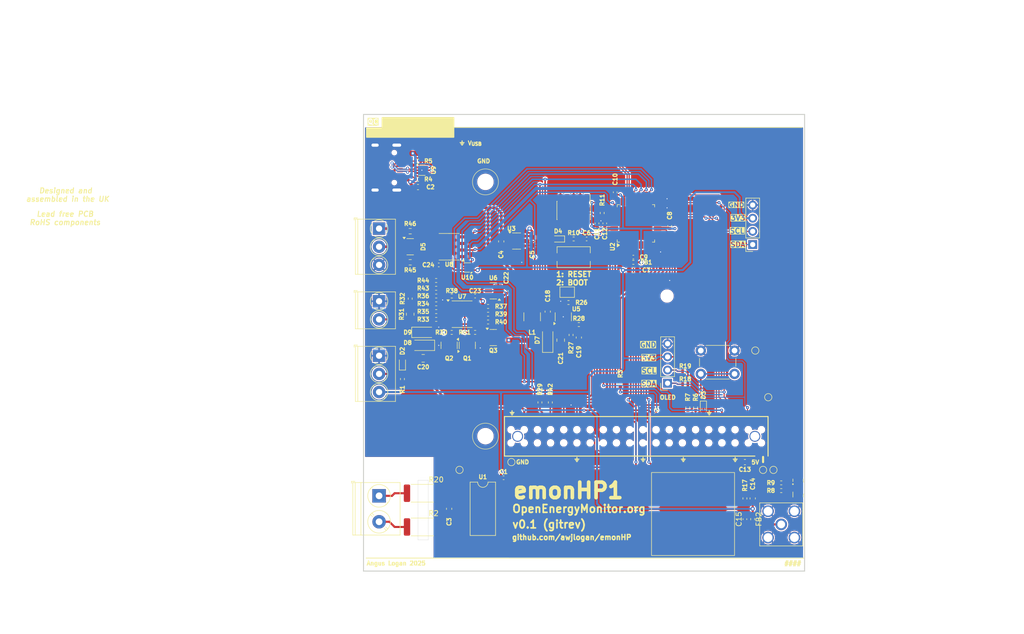
<source format=kicad_pcb>
(kicad_pcb (version 20221018) (generator pcbnew)
  (title_block (title "emonHP1") (date "2025-05-23") (rev "0.1-dev") (company "OpenEnergyMonitor / Tilt Ltd") (comment 1 "https://openenergymonitor.org") (comment 2 "github.com/awjlogan/emonHP"))
  (layers (0 "F.Cu" signal) (1 "In1.Cu" power) (2 "In2.Cu" power) (31 "B.Cu" signal) (34 "B.Paste" user) (35 "F.Paste" user) (36 "B.SilkS" user "B.Silkscreen") (37 "F.SilkS" user "F.Silkscreen") (38 "B.Mask" user) (39 "F.Mask" user) (44 "Edge.Cuts" user))
  (net 0 "")
  (net 1 "GND")
  (net 2 "+5V")
  (net 3 "/~{LCD_BUTTON}")
  (net 4 "+3V3")
  (net 5 "/SWDIO")
  (net 6 "/SWCLK")
  (net 7 "/~{RESET}")
  (net 8 "/USB_D+")
  (net 9 "/USB_D-")
  (net 10 "/~{LED_STATUS}")
  (net 11 "/RFM_SEL")
  (net 12 "/RFM_MOSI")
  (net 13 "/RFM_MISO")
  (net 14 "/~{LED_PROG}")
  (net 15 "/RFM_IRQ")
  (net 16 "/RFM_SCK")
  (net 17 "/RFM_RESET")
  (net 18 "Net-(SMA1-In)")
  (net 21 "/PI_3V3")
  (net 22 "/ACDetect/AC0")
  (net 23 "/ACDetect/AC1")
  (net 24 "/I2C_SDA")
  (net 25 "/I2C_SCL")
  (net 26 "/UART3_TX")
  (net 27 "/OPA1")
  (net 28 "/UART0_RX")
  (net 29 "/UART0_TX")
  (net 30 "/UART3_RTS")
  (net 31 "/UART3_RX")
  (net 32 "Net-(U4-VDD)")
  (net 33 "/MBus/36V")
  (net 34 "Net-(U5-FB)")
  (net 35 "Net-(U6-K)")
  (net 36 "Net-(D3-K)")
  (net 37 "Net-(D4-K)")
  (net 38 "/Boost/BOOST_SW")
  (net 39 "Net-(D8-A)")
  (net 40 "Net-(D9-A)")
  (net 41 "Net-(J3-CC1)")
  (net 43 "Net-(J3-CC2)")
  (net 49 "/UART5_TX")
  (net 51 "/UART5_RX")
  (net 57 "Net-(LED1-K1)")
  (net 58 "Net-(LED1-K2)")
  (net 59 "Net-(Q1-C)")
  (net 60 "Net-(Q3-B)")
  (net 61 "/MBUS_EN")
  (net 62 "Net-(U2-VDDCORE)")
  (net 63 "/MBus/MBUS_A")
  (net 64 "Net-(U7A-+)")
  (net 65 "Net-(U7A--)")
  (net 66 "/MBus/DIFF_5V")
  (net 67 "Net-(U7B-+)")
  (net 68 "Net-(U7B--)")
  (net 69 "/MBUS_OC")
  (net 74 "Net-(U8-B)")
  (net 75 "Net-(U8-A)")
  (net 76 "/RS485/RS485_B")
  (net 77 "/RS485/RS485_A")
  (net 78 "/RS485_RX5")
  (net 79 "Net-(U1-AC0)")
  (net 80 "Net-(U1-AC1)")
  (net 81 "Net-(U1-DC+)")
  (net 82 "Net-(U1-DC-)")
  (net 102 "/Vuc")
  (net 103 "/DHW_SENSE")
  (net 105 "Net-(U2-PA07)")
  (footprint "Resistor_SMD:R_0402_1005Metric" (layer "F.Cu") (at 115.5 71 180)
    (fp_text reference "R5")
    (fp_text value "5K1")
  )
  (footprint "MountingHole:MountingHole_2.1mm" (layer "F.Cu") (at 163.5 97)
    (fp_text reference "H3" hide)
    (fp_text value "MountingHole")
  )
  (footprint "Resistor_SMD:R_0402_1005Metric" (layer "F.Cu") (at 169 118.5 -90)
    (fp_text reference "R6")
    (fp_text value "1K")
  )
  (footprint "Capacitor_SMD:C_0402_1005Metric" (layer "F.Cu") (at 151.5 83 90)
    (fp_text reference "C12")
    (fp_text value "1u")
  )
  (footprint "Capacitor_SMD:C_0603_1608Metric" (layer "F.Cu") (at 157 92)
    (fp_text reference "C7")
    (fp_text value "2u2")
  )
  (footprint "Resistor_SMD:R_0402_1005Metric" (layer "F.Cu") (at 154.5 114 -90)
    (fp_text reference "R3")
    (fp_text value "1K")
  )
  (footprint "Capacitor_SMD:C_0805_2012Metric" (layer "F.Cu") (at 116.5 109 180)
    (fp_text reference "C20")
    (fp_text value "4u7")
  )
  (footprint "TestPoint:TestPoint_Pad_D1.0mm" (layer "F.Cu") (at 180.5 107.5)
    (fp_text reference "TP8" hide)
    (fp_text value "TestPoint")
  )
  (footprint "Resistor_SMD:R_0402_1005Metric" (layer "F.Cu") (at 119.01 98.5 180)
    (fp_text reference "R34")
    (fp_text value "20K")
  )
  (footprint "Package_QFP:TQFP-48_7x7mm_P0.5mm" (layer "F.Cu") (at 157.5 83 90)
    (fp_text reference "U2")
    (fp_text value "ATSAMD21G15B-A")
  )
  (footprint "Resistor_SMD:R_0402_1005Metric" (layer "F.Cu") (at 126.51 104 180)
    (fp_text reference "R41")
    (fp_text value "180K")
  )
  (footprint "Resistor_SMD:R_0402_1005Metric" (layer "F.Cu") (at 145.5 86)
    (fp_text reference "R10")
    (fp_text value "1K")
  )
  (footprint "Connector_PinSocket_2.54mm:PinSocket_1x04_P2.54mm_Vertical" (layer "F.Cu") (at 180 87.08 180)
    (fp_text reference "J1" hide)
    (fp_text value "CONN_04PTH")
  )
  (footprint "Resistor_SMD:R_0402_1005Metric" (layer "F.Cu") (at 141 117.5 -90)
    (fp_text reference "R42")
    (fp_text value "47K")
  )
  (footprint "Resistor_SMD:R_0402_1005Metric" (layer "F.Cu") (at 180 140 -90)
    (fp_text reference "FB2")
    (fp_text value "FerriteBead")
  )
  (footprint "Resistor_SMD:R_0402_1005Metric" (layer "F.Cu") (at 167.5 118.5 -90)
    (fp_text reference "R7")
    (fp_text value "10K")
  )
  (footprint "Diode_SMD:D_SOD-523" (layer "F.Cu") (at 142.5 86 180)
    (fp_text reference "D4")
    (fp_text value "ESD5Z3.3T5G")
  )
  (footprint "Capacitor_SMD:C_0402_1005Metric" (layer "F.Cu") (at 150 83 90)
    (fp_text reference "C11")
    (fp_text value "100n")
  )
  (footprint "Inductor_SMD:L_Abracon_ASPI-3012S" (layer "F.Cu") (at 137.5 101 90)
    (fp_text reference "L1")
    (fp_text value "10u")
  )
  (footprint "Capacitor_SMD:C_0603_1608Metric" (layer "F.Cu") (at 131.54 86.475 90)
    (fp_text reference "C4")
    (fp_text value "2u2")
  )
  (footprint "Resistor_SMD:R_0402_1005Metric" (layer "F.Cu") (at 119.01 101.5 180)
    (fp_text reference "R33")
    (fp_text value "20K")
  )
  (footprint "Package_TO_SOT_SMD:SOT-666" (layer "F.Cu") (at 116.25 72.75)
    (fp_text reference "U9")
    (fp_text value "USBLC6-2P6")
  )
  (footprint "Resistor_SMD:R_0402_1005Metric" (layer "F.Cu") (at 129.01 99 180)
    (fp_text reference "R37")
    (fp_text value "20K")
  )
  (footprint "Fiducial:Fiducial_0.75mm_Mask1.5mm" (layer "F.Cu") (at 182.0011 65.5036)
    (fp_text reference "FD3" hide)
    (fp_text value "FIDUCIAL1X2")
  )
  (footprint "Resistor_SMD:R_0402_1005Metric" (layer "F.Cu") (at 185.5 134.5)
    (fp_text reference "R8")
    (fp_text value "1K")
  )
  (footprint "Resistor_SMD:R_0402_1005Metric" (layer "F.Cu") (at 129.01 100.5)
    (fp_text reference "R39")
    (fp_text value "1K")
  )
  (footprint "TestPoint:TestPoint_Pad_D1.0mm" (layer "F.Cu") (at 133.5 129)
    (fp_text reference "TP5" hide)
    (fp_text value "TestPoint")
  )
  (footprint "Diode_SMD:D_SOD-523" (layer "F.Cu") (at 112.5 110 90)
    (fp_text reference "D2")
    (fp_text value "ESD5Z3.3T5G")
  )
  (footprint "TestPoint:TestPoint_Pad_D1.0mm" (layer "F.Cu") (at 123.5 130.5)
    (fp_text reference "TP7" hide)
    (fp_text value "TestPoint")
  )
  (footprint "Package_TO_SOT_SMD:SOT-23" (layer "F.Cu") (at 130.01 96 180)
    (fp_text reference "U6")
    (fp_text value "LM4040DBZ-5")
  )
  (footprint "Resistor_SMD:R_0402_1005Metric" (layer "F.Cu") (at 129.01 102 180)
    (fp_text reference "R40")
    (fp_text value "180K")
  )
  (footprint "Button_Switch_SMD:SW_Tactile_SPST_NO_Straight_CK_PTS636Sx25SMTRLFS" (layer "F.Cu") (at 145.5 89.5)
    (fp_text reference "SW2" hide)
    (fp_text value "SW_Push")
  )
  (footprint "Capacitor_SMD:C_0402_1005Metric" (layer "F.Cu") (at 148 86)
    (fp_text reference "C6")
    (fp_text value "100n")
  )
  (footprint "Capacitor_SMD:C_0603_1608Metric" (layer "F.Cu") (at 146.5 105 90)
    (fp_text reference "C19")
    (fp_text value "82p")
  )
  (footprint "Package_TO_SOT_SMD:SOT-23" (layer "F.Cu") (at 130.01 105)
    (fp_text reference "Q3")
    (fp_text value "Q_NPN_BEC_BRT")
  )
  (footprint "Resistor_SMD:R_0402_1005Metric" (layer "F.Cu") (at 157 90.5)
    (fp_text reference "FB1")
    (fp_text value "FerriteBead")
  )
  (footprint "TestPoint:TestPoint_Pad_D1.0mm" (layer "F.Cu") (at 182 130.5)
    (fp_text reference "TP1" hide)
    (fp_text value "TestPoint")
  )
  (footprint "RPi-SMD:REF-182665" (layer "F.Cu") (at 157.56 124.03 180)
    (fp_text reference "J5" hide)
    (fp_text value "Conn_02x20_Odd_Even")
  )
  (footprint "valcon-usb:CSP-USC16-TR" (layer "F.Cu") (at 108.5 72.5 -90)
    (fp_text reference "J3" hide)
    (fp_text value "USB_C_Receptacle_USB2.0")
  )
  (footprint "Package_DIP:SMDIP-8_W7.62mm" (layer "F.Cu") (at 128 138)
    (fp_text reference "U1")
    (fp_text value "HCPL-3700M")
  )
  (footprint "Capacitor_SMD:C_0402_1005Metric" (layer "F.Cu") (at 132.51 96 90)
    (fp_text reference "C22")
    (fp_text value "1n")
  )
  (footprint "Capacitor_SMD:C_0603_1608Metric" (layer "F.Cu") (at 178.5 129 180)
    (fp_text reference "C13")
    (fp_text value "2u2")
  )
  (footprint "Button_Switch_THT:SW_PUSH_6mm" (layer "F.Cu") (at 170.0011 107.5036)
    (fp_text reference "SW1" hide)
    (fp_text value "SW_Push")
  )
  (footprint "Resistor_SMD:R_0402_1005Metric" (layer "F.Cu") (at 139 117.5 90)
    (fp_text reference "R29")
    (fp_text value "47K")
  )
  (footprint "Resistor_SMD:R_0805_2012Metric" (layer "F.Cu") (at 114 100.5 90)
    (fp_text reference "R31")
    (fp_text value "100R")
  )
  (footprint "Resistor_SMD:R_0402_1005Metric" (layer "F.Cu") (at 122 104)
    (fp_text reference "R30")
    (fp_text value "47K")
  )
  (footprint "TestPoint:TestPoint_Pad_D1.0mm" (layer "F.Cu") (at 184 130.5)
    (fp_text reference "TP6" hide)
    (fp_text value "TestPoint")
  )
  (footprint "Package_TO_SOT_SMD:SOT-23" (layer "F.Cu") (at 121.5 106.5 -90)
    (fp_text reference "Q2")
    (fp_text value "FDN5618P")
  )
  (footprint "Package_TO_SOT_SMD:SOT-23-5" (layer "F.Cu") (at 143.5 101 90)
    (fp_text reference "U5")
    (fp_text value "LM2733XMF")
  )
  (footprint "Capacitor_SMD:C_0402_1005Metric" (layer "F.Cu") (at 119.5 91)
    (fp_text reference "C24")
    (fp_text value "100n")
  )
  (footprint "MountingHole:MountingHole_2.7mm_M2.5" (layer "F.Cu") (at 128.5 75)
    (fp_text reference "H1" hide)
    (fp_text value "MountingHole")
  )
  (footprint "Capacitor_SMD:C_0402_1005Metric" (layer "F.Cu") (at 132 132.025)
    (fp_text reference "C1")
    (fp_text value "100n")
  )
  (footprint "Package_TO_SOT_SMD:SOT-23-5" (layer "F.Cu") (at 134.5 86.4)
    (fp_text reference "U3")
    (fp_text value "AP2112K-3.3")
  )
  (footprint "Capacitor_SMD:C_0603_1608Metric" (layer "F.Cu") (at 140.5 100 -90)
    (fp_text reference "C18")
    (fp_text value "2u2")
  )
  (footprint "Resistor_SMD:R_0402_1005Metric" (layer "F.Cu") (at 167 114 180)
    (fp_text reference "R18")
    (fp_text value "4K7")
  )
  (footprint "Resistor_SMD:R_0402_1005Metric" (layer "F.Cu") (at 185.5 133)
    (fp_text reference "R9")
    (fp_text value "1K")
  )
  (footprint "Diode_SMD:D_SOD-123" (layer "F.Cu") (at 140.5 105.5 90)
    (fp_text reference "D7")
    (fp_text value "MBR0550")
  )
  (footprint "Diode_SMD:D_SOD-523" (layer "F.Cu") (at 170.5 118.5 -90)
    (fp_text reference "D3")
    (fp_text value "ESD5Z3.3T5G")
  )
  (footprint "Fiducial:Fiducial_0.75mm_Mask1.5mm" (layer "F.Cu") (at 189.0011 146.5036)
    (fp_text reference "FD2" hide)
    (fp_text value "FIDUCIAL1X2")
  )
  (footprint "Connector_PinSocket_2.54mm:PinSocket_1x04_P2.54mm_Vertical" (layer "F.Cu") (at 163.6 113.8 180)
    (fp_text reference "J2" hide)
    (fp_text value "CONN_04PTH")
  )
  (footprint "Capacitor_SMD:C_0603_1608Metric" (layer "F.Cu") (at 137.54 86.475 90)
    (fp_text reference "C5")
    (fp_text value "2u2")
  )
  (footprint "Resistor_SMD:R_0402_1005Metric" (layer "F.Cu") (at 144.5 98.25 180)
    (fp_text reference "R26")
    (fp_text value "47K")
  )
  (footprint "Capacitor_SMD:C_0402_1005Metric" (layer "F.Cu") (at 164 83.5 90)
    (fp_text reference "C8")
    (fp_text value "100n")
  )
  (footprint "Resistor_SMD:R_0402_1005Metric" (layer "F.Cu") (at 119 94 180)
    (fp_text reference "R44")
    (fp_text value "1K")
  )
  (footprint "MountingHole:MountingHole_2.7mm_M2.5" (layer "F.Cu") (at 128.5 124)
    (fp_text reference "H2" hide)
    (fp_text value "MountingHole")
  )
  (footprint "Capacitor_SMD:C_0402_1005Metric" (layer "F.Cu") (at 157 89.5 180)
    (fp_text reference "C9")
    (fp_text value "100n")
  )
  (footprint "Resistor_SMD:R_0603_1608Metric" (layer "F.Cu") (at 114 84.5)
    (fp_text reference "R46")
    (fp_text value "10R")
  )
  (footprint "Capacitor_SMD:C_0402_1005Metric" (layer "F.Cu") (at 178.5011 140.0036 90)
    (fp_text reference "C15")
    (fp_text value "100n")
  )
  (footprint "Package_TO_SOT_SMD:SOT-563" (layer "F.Cu") (at 125 91.5 180)
    (fp_text reference "U10")
    (fp_text value "SN74LVC1T45DRL")
  )
  (footprint "TestPoint:TestPoint_Pad_D1.0mm" (layer "F.Cu") (at 183 116.5)
    (fp_text reference "TP4" hide)
    (fp_text value "TestPoint")
  )
  (footprint "Diode_SMD:D_SOD-123F" (layer "F.Cu") (at 116.5 104)
    (fp_text reference "D9")
    (fp_text value "BZT52C2V7")
  )
  (footprint "Resistor_SMD:R_2512_6332Metric" (layer "F.Cu") (at 116.3475 141.5)
    (fp_text reference "R2")
    (fp_text value "37.4K")
  )
  (footprint "rfm69cw:RFM69CW" (layer "F.Cu") (at 168.5011 139.0036 180)
    (fp_text reference "U4" hide)
    (fp_text value "RFM69CW")
  )
  (footprint "TerminalBlock_Phoenix:TerminalBlock_Phoenix_PT-1,5-2-5.0-H_1x02_P5.00mm_Horizontal" (layer "F.Cu") (at 108 135.5 -90)
    (fp_text reference "CN5" hide)
    (fp_text value "Screw_Terminal_01x02")
  )
  (footprint "Package_SO:SOIC-8_3.9x4.9mm_P1.27mm" (layer "F.Cu") (at 121.5 87.5 180)
    (fp_text reference "U8")
    (fp_text value "THVD1400D")
  )
  (footprint "Resistor_SMD:R_0402_1005Metric" (layer "F.Cu") (at 146.5 102.5)
    (fp_text reference "R28")
    (fp_text value "13K3")
  )
  (footprint "Resistor_SMD:R_0402_1005Metric" (layer "F.Cu") (at 114 97.5 90)
    (fp_text reference "R32")
    (fp_text value "100K")
  )
  (footprint "Connector_Coaxial:SMA_Amphenol_132203-12_Horizontal" (layer "F.Cu") (at 185.5011 141.0036 -90)
    (fp_text reference "SMA1" hide)
    (fp_text value "SMACONNECTOR")
  )
  (footprint "Resistor_SMD:R_0402_1005Metric" (layer "F.Cu") (at 112.5 113 -90)
    (fp_text reference "R1")
    (fp_text value "4K7")
  )
  (footprint "Capacitor_SMD:C_0603_1608Metric" (layer "F.Cu") (at 180 136 90)
    (fp_text reference "C14")
    (fp_text value "2u2")
  )
  (footprint "TerminalBlock_Phoenix:TerminalBlock_Phoenix_PT-1,5-3-3.5-H_1x03_P3.50mm_Horizontal" (layer "F.Cu") (at 108 84 -90)
    (fp_text reference "CN4" hide)
    (fp_text value "CONN_03SCREW")
  )
  (footprint "Resistor_SMD:R_0402_1005Metric" (layer "F.Cu") (at 119.01 100 180)
    (fp_text reference "R35")
    (fp_text value "100K")
  )
  (footprint "ltst-s326:LTST-S326" (layer "F.Cu") (at 188.75 134)
    (fp_text reference "LED1" hide)
    (fp_text value "LED_Dual_KAK" hide)
  )
  (footprint "TerminalBlock_Phoenix:TerminalBlock_Phoenix_PT-1,5-2-3.5-H_1x02_P3.50mm_Horizontal" (layer "F.Cu") (at 108 98 -90)
    (fp_text reference "CN3" hide)
    (fp_text value "Screw_Terminal_01x02")
  )
  (footprint "Capacitor_SMD:C_0805_2012Metric" (layer "F.Cu") (at 143 105.5 90)
    (fp_text reference "C21")
    (fp_text value "4u7")
  )
  (footprint "Connector_PinHeader_1.27mm:PinHeader_2x05_P1.27mm_Vertical_SMD" (layer "F.Cu") (at 145.5 80.5 -90)
    (fp_text reference "J4" hide)
    (fp_text value "Conn_ARM_JTAG_SWD_10")
  )
  (footprint "Diode_SMD:D_SOD-123F" (layer "F.Cu") (at 116.5 106.5 180)
    (fp_text reference "D8")
    (fp_text value "BZT52C12")
  )
  (footprint "Jumper:SolderJumper-2_P1.3mm_Open_TrianglePad1.0x1.5mm" (layer "F.Cu") (at 144.25 96.25 180)
    (fp_text reference "JP1" hide)
    (fp_text value "Jumper_2_Open")
  )
  (footprint "Capacitor_SMD:C_0402_1005Metric" (layer "F.Cu") (at 153.5 77 90)
    (fp_text reference "C10")
    (fp_text value "100n")
  )
  (footprint "Resistor_SMD:R_0402_1005Metric" (layer "F.Cu") (at 151 81 -90)
    (fp_text reference "R11")
    (fp_text value "10K")
  )
  (footprint "Resistor_SMD:R_0402_1005Metric" (layer "F.Cu") (at 178.5 136 -90)
    (fp_text reference "R17")
    (fp_text value "47K")
  )
  (footprint "Resistor_SMD:R_0402_1005Metric" (layer "F.Cu") (at 119.01 97)
    (fp_text reference "R36")
    (fp_text value "100K")
  )
  (footprint "Resistor_SMD:R_2512_6332Metric" (layer "F.Cu") (at 116.34 135)
    (fp_text reference "R20")
    (fp_text value "37.4K")
  )
  (footprint "Resistor_SMD:R_0402_1005Metric" (layer "F.Cu") (at 167 111.5 180)
    (fp_text reference "R19")
    (fp_text value "4K7")
  )
  (footprint "Resistor_SMD:R_0402_1005Metric" (layer "F.Cu") (at 122.01 97 180)
    (fp_text reference "R38")
    (fp_text value "1K")
  )
  (footprint "Capacitor_SMD:C_0603_1608Metric" (layer "F.Cu") (at 121.5 138 -90)
    (fp_text reference "C3")
    (fp_text value "10u")
  )
  (footprint "Package_TO_SOT_SMD:SOT-23" (layer "F.Cu") (at 114 87.5)
    (fp_text reference "D5")
    (fp_text value "SM712_SOT23")
  )
  (footprint "Package_TO_SOT_SMD:SOT-23" (layer "F.Cu") (at 125 106.5 90)
    (fp_text reference "Q1")
    (fp_text value "Q_NPN_BEC_BRT")
  )
  (footprint "Fiducial:Fiducial_0.75mm_Mask1.5mm" (layer "F.Cu") (at 117.5 121)
    (fp_text reference "FD1" hide)
    (fp_text value "FIDUCIAL1X2")
  )
  (footprint "Resistor_SMD:R_0402_1005Metric" (layer "F.Cu") (at 145 104.5 90)
    (fp_text reference "R27")
    (fp_text value "383K")
  )
  (footprint "Resistor_SMD:R_0603_1608Metric" (layer "F.Cu") (at 114 90.5)
    (fp_text reference "R45")
    (fp_text value "10R")
  )
  (footprint "Capacitor_SMD:C_0402_1005Metric" (layer "F.Cu") (at 126.51 97 180)
    (fp_text reference "C23")
    (fp_text value "100n")
  )
  (footprint "Resistor_SMD:R_0402_1005Metric" (layer "F.Cu") (at 119 95.5 180)
    (fp_text reference "R43")
    (fp_text value "20K")
  )
  (footprint "TerminalBlock_Phoenix:TerminalBlock_Phoenix_PT-1,5-3-3.5-H_1x03_P3.50mm_Horizontal" (layer "F.Cu") (at 108 108.5 -90)
    (fp_text reference "CN1" hide)
    (fp_text value "CONN_03SCREW")
  )
  (footprint "Capacitor_SMD:C_0603_1608Metric" (layer "F.Cu") (at 115.5 76 180)
    (fp_text reference "C2")
    (fp_text value "2u2")
  )
  (footprint "Resistor_SMD:R_0402_1005Metric" (layer "F.Cu") (at 115.5 74.5 180)
    (fp_text reference "R4")
    (fp_text value "5K1")
  )
  (footprint "Package_SO:SOIC-8_3.9x4.9mm_P1.27mm" (layer "F.Cu") (at 124 100.5)
    (fp_text reference "U7")
    (fp_text value "MC33072")
  )
  (gr_line (start 182 128) (end 182 129) (stroke (width 0.4)) (layer "F.SilkS"))
  (gr_line (start 122.5 64.5) (end 189.5 64.5036) (stroke (width 0.15)) (layer "F.SilkS"))
  (gr_circle (center 128.5 124) (end 131 124) (stroke (width 0.1)) (fill none) (layer "F.SilkS"))
  (gr_line (start 105.5 147.5) (end 190 147.5036) (stroke (width 0.15)) (layer "F.SilkS"))
  (gr_circle (center 128.5 75) (end 131 75) (stroke (width 0.1)) (fill none) (layer "F.SilkS"))
  (gr_line (start 190.0011 150.0036) (end 190.0011 62.0036) (stroke (width 0.2)) (layer "Edge.Cuts"))
  (gr_line (start 105.0011 150.0036) (end 190.0011 150.0036) (stroke (width 0.2)) (layer "Edge.Cuts"))
  (gr_line (start 190.0011 62.0036) (end 105.0011 62.0036) (stroke (width 0.2)) (layer "Edge.Cuts"))
  (gr_line (start 105.0011 150.0036) (end 105.0011 62.0036) (stroke (width 0.2)) (layer "Edge.Cuts"))
  (gr_line (start 115.5 132.5) (end 117.5 132.5) (stroke (width 0.05)) (layer "Edge.Cuts"))
  (gr_line (start 117.5 144) (end 115.5 144) (stroke (width 0.05)) (layer "Edge.Cuts"))
  (gr_line (start 117.5 132.5) (end 117.5 144) (stroke (width 0.05)) (layer "Edge.Cuts"))
  (gr_line (start 115.5 144) (end 115.5 132.5) (stroke (width 0.05)) (layer "Edge.Cuts"))
  (gr_text "⏚" (at 166 129) (layer "F.SilkS") (effects (font (size 0.8 0.8) (thickness 0.2) bold) (justify left bottom)))
  (gr_text "github.com/awjlogan/emonHP" (at 133.4989 143.4964) (layer "F.SilkS") (effects (font (size 1 1) (thickness 0.25) bold) (justify left)))
  (gr_text "Lead free PCB\nRoHS components\n" (at 47.5 82) (layer "F.SilkS") (effects (font (size 1 1) (thickness 0.2) bold italic)))
  (gr_text "⏚" (at 124 68) (layer "F.SilkS") (effects (font (size 0.8 0.8) (thickness 0.2) bold) (justify bottom)))
  (gr_text "Designed and \nassembled in the UK" (at 48 77.5) (layer "F.SilkS") (effects (font (size 1 1) (thickness 0.2) bold italic)))
  (gr_text "V_{USB}" (at 125 68) (layer "F.SilkS") (effects (font (size 0.8 0.8) (thickness 0.2) bold) (justify left bottom)))
  (gr_text "QC" (at 108 64) (layer "F.SilkS" knockout) (effects (font (size 1 1) (thickness 0.2)) (justify right bottom)))
  (gr_text "GND" (at 178.5 79.4611) (layer "F.SilkS" knockout) (effects (font (size 0.8 1) (thickness 0.2)) (justify right)))
  (gr_text "OLED" (at 162 117) (layer "F.SilkS") (effects (font (size 0.8 0.8) (thickness 0.2) bold) (justify left bottom)))
  (gr_text "SCL" (at 161.5 112) (layer "F.SilkS" knockout) (effects (font (size 1 1) (thickness 0.2)) (justify right bottom)))
  (gr_text "SDA" (at 178.67 87.08) (layer "F.SilkS" knockout) (effects (font (size 1 1) (thickness 0.2)) (justify right)))
  (gr_text "emonHP1" (at 133.5 134.5) (layer "F.SilkS") (effects (font (size 3 3) (thickness 0.7) bold) (justify left)))
  (gr_text "v0.1 (gitrev)" (at 133.5 141) (layer "F.SilkS") (effects (font (size 1.5 1.5) (thickness 0.32) bold) (justify left)))
  (gr_text "⏚" (at 171 120) (layer "F.SilkS") (effects (font (size 0.8 0.8) (thickness 0.2) bold) (justify left bottom)))
  (gr_text "GND" (at 161.5 107) (layer "F.SilkS" knockout) (effects (font (size 1 1) (thickness 0.2)) (justify right bottom)))
  (gr_text "5V" (at 180.5 129.5) (layer "F.SilkS") (effects (font (size 0.8 0.8) (thickness 0.25) bold) (justify bottom)))
  (gr_text "⚡" (at 161.5 120) (layer "F.SilkS") (effects (font (size 1.5 1.5) (thickness 0.2) bold) (justify bottom)))
  (gr_text "SCL" (at 178.5 84.4611) (layer "F.SilkS" knockout) (effects (font (size 1 1) (thickness 0.2)) (justify right)))
  (gr_text "GND" (at 129.5 71) (layer "F.SilkS") (effects (font (size 0.8 0.8) (thickness 0.2) bold) (justify right)))
  (gr_text "OpenEnergyMonitor.org" (at 133.5 138) (layer "F.SilkS") (effects (font (size 1.5 1.5) (thickness 0.32) bold) (justify left)))
  (gr_text "⏚" (at 176 129) (layer "F.SilkS") (effects (font (size 0.8 0.8) (thickness 0.2) bold) (justify left bottom)))
  (gr_text "⏚" (at 158.25 129) (layer "F.SilkS") (effects (font (size 0.8 0.8) (thickness 0.2) bold) (justify left bottom)))
  (gr_text "3V3" (at 161.5 109.5) (layer "F.SilkS" knockout) (effects (font (size 1 1) (thickness 0.2)) (justify right bottom)))
  (gr_text "SDA" (at 161.5 114.5) (layer "F.SilkS" knockout) (effects (font (size 1 1) (thickness 0.2)) (justify right bottom)))
  (gr_text "1: RESET\n2: BOOT" (at 142 95) (layer "F.SilkS") (effects (font (size 1 1) (thickness 0.25) bold) (justify left bottom)))
  (gr_text "3V3" (at 178.67 81.97) (layer "F.SilkS" knockout) (effects (font (size 1 1) (thickness 0.2)) (justify right)))
  (gr_text "Angus Logan 2025" (at 105.5 148.5) (layer "F.SilkS") (effects (font (size 0.8 0.8) (thickness 0.2) bold) (justify left)))
  (gr_text "####" (at 186 148.5) (layer "F.SilkS") (effects (font (size 0.8 0.8) (thickness 0.2) bold) (justify left)))
  (gr_text "GND" (at 137 129) (layer "F.SilkS") (effects (font (size 0.8 0.8) (thickness 0.2) bold) (justify right)))
  (gr_text "⏚" (at 145.5 129) (layer "F.SilkS") (effects (font (size 0.8 0.8) (thickness 0.2) bold) (justify left bottom)))
  (gr_text "⏚" (at 133 120) (layer "F.SilkS") (effects (font (size 0.8 0.8) (thickness 0.2) bold) (justify left bottom)))
  (via (at 145 118) (size 0.6) (drill 0.2) (layers "F.Cu" "B.Cu") (net 1))
  (via (at 119.5 103) (size 0.6) (drill 0.2) (layers "F.Cu" "B.Cu") (net 1))
  (via (at 120.25 97.75) (size 0.6) (drill 0.2) (layers "F.Cu" "B.Cu") (net 1))
  (via (at 127.5 107) (size 0.6) (drill 0.2) (layers "F.Cu" "B.Cu") (net 1))
  (via (at 158.25 118.25) (size 0.6) (drill 0.2) (layers "F.Cu" "B.Cu") (net 1))
  (via (at 162.25 88.5) (size 0.6) (drill 0.2) (layers "F.Cu" "B.Cu") (net 1))
  (via (at 150.75 82.5) (size 0.6) (drill 0.2) (layers "F.Cu" "B.Cu") (net 1))
  (via (at 135.5 90.5) (size 0.6) (drill 0.2) (layers "F.Cu" "B.Cu") (net 1))
  (via (at 163.5 78.25) (size 0.6) (drill 0.2) (layers "F.Cu" "B.Cu") (net 1))
  (via (at 143.5 101) (size 0.6) (drill 0.2) (layers "F.Cu" "B.Cu") (net 1))
  (via (at 116.25 72.75) (size 0.6) (drill 0.2) (layers "F.Cu" "B.Cu") (net 1))
  (via (at 119.5 106.5) (size 0.6) (drill 0.2) (layers "F.Cu" "B.Cu") (net 1))
  (via (at 143 98) (size 0.6) (drill 0.2) (layers "F.Cu" "B.Cu") (net 1))
  (via (at 164 94) (size 0.6) (drill 0.2) (layers "F.Cu" "B.Cu") (net 1))
  (via (at 163.5 80) (size 0.6) (drill 0.2) (layers "F.Cu" "B.Cu") (net 1))
  (via (at 116.5 100) (size 0.6) (drill 0.2) (layers "F.Cu" "B.Cu") (net 1))
  (segment (start 117.5 69.5) (end 119 68) (width 1) (layer "F.Cu") (net 2))
  (segment (start 130.5 80) (end 131.54 81.04) (width 0.5) (layer "F.Cu") (net 2))
  (segment (start 137.5 96) (end 137.5 99.85) (width 0.5) (layer "F.Cu") (net 2))
  (segment (start 133.3625 87.35) (end 134.15 87.35) (width 0.254) (layer "F.Cu") (net 2))
  (segment (start 185.12 126.88) (end 186 126) (width 1) (layer "F.Cu") (net 2))
  (segment (start 134.024999 85.45) (end 133.3625 85.45) (width 0.254) (layer "F.Cu") (net 2))
  (segment (start 124.25 92) (end 122.5 92) (width 0.3) (layer "F.Cu") (net 2))
  (segment (start 131.54 81.04) (end 131.54 85.7) (width 0.5) (layer "F.Cu") (net 2))
  (segment (start 117.175 72.75) (end 118 72.75) (width 0.254) (layer "F.Cu") (net 2))
  (segment (start 140.5 96.5) (end 140.5 99.225) (width 0.254) (layer "F.Cu") (net 2))
  (segment (start 179.15 126.88) (end 179.15 128.875) (width 0.6) (layer "F.Cu") (net 2))
  (segment (start 133.3625 85.45) (end 131.79 85.45) (width 0.5) (layer "F.Cu") (net 2))
  (segment (start 119.025 89.405) (end 121.095 89.405) (width 0.5) (layer "F.Cu") (net 2))
  (segment (start 140.75 96.25) (end 140.5 96.5) (width 0.254) (layer "F.Cu") (net 2))
  (segment (start 134.15 87.35) (end 134.5 87) (width 0.254) (layer "F.Cu") (net 2))
  (segment (start 121.5 89) (end 121.5 80) (width 0.5) (layer "F.Cu") (net 2))
  (segment (start 179.275 129.775) (end 179.275 129) (width 0.254) (layer "F.Cu") (net 2))
  (segment (start 114.725 77.225) (end 114.725 76) (width 0.5) (layer "F.Cu") (net 2))
  (segment (start 114 75) (end 114 75.275) (width 0.5) (layer "F.Cu") (net 2))
  (segment (start 121.095 89.405) (end 121.5 89) (width 0.5) (layer "F.Cu") (net 2))
  (segment (start 122 89.5) (end 121.5 89) (width 0.3) (layer "F.Cu") (net 2))
  (segment (start 182 130.5) (end 180 130.5) (width 0.254) (layer "F.Cu") (net 2))
  (segment (start 112.05 74.65) (end 113.65 74.65) (width 0.5) (layer "F.Cu") (net 2))
  (segment (start 134.5 85.925001) (end 134.024999 85.45) (width 0.254) (layer "F.Cu") (net 2))
  (segment (start 113.65 74.65) (end 114 75) (width 0.5) (layer "F.Cu") (net 2))
  (segment (start 122 91.5) (end 122 89.5) (width 0.3) (layer "F.Cu") (net 2))
  (segment (start 180 130.5) (end 179.275 129.775) (width 0.254) (layer "F.Cu") (net 2))
  (segment (start 113.5 69.5) (end 114.5 69.5) (width 1) (layer "F.Cu") (net 2))
  (segment (start 179.15 128.875) (end 179.275 129) (width 1) (layer "F.Cu") (net 2))
  (segment (start 129 80) (end 130.5 80) (width 0.5) (layer "F.Cu") (net 2))
  (segment (start 121.5 80) (end 129 80) (width 0.5) (layer "F.Cu") (net 2))
  (segment (start 134.5 87) (end 134.5 85.925001) (width 0.254) (layer "F.Cu") (net 2))
  (segment (start 181.69 126.88) (end 179.15 126.88) (width 1) (layer "F.Cu") (net 2))
  (segment (start 186 69.5) (end 186 126) (width 1) (layer "F.Cu") (net 2))
  (segment (start 114 75.275) (end 114.725 76) (width 0.5) (layer "F.Cu") (net 2))
  (segment (start 119 68) (end 184.5 68) (width 1) (layer "F.Cu") (net 2))
  (segment (start 112.05 69.85) (end 113.15 69.85) (width 0.6) (layer "F.Cu") (net 2))
  (segment (start 117.5 80) (end 121.5 80) (width 0.5) (layer "F.Cu") (net 2))
  (segment (start 119.025 89.405) (end 119.025 90.995) (width 0.5) (layer "F.Cu") (net 2))
  (segment (start 131.79 85.45) (end 131.54 85.7) (width 0.5) (layer "F.Cu") (net 2))
  (segment (start 122.5 92) (end 122 91.5) (width 0.3) (layer "F.Cu") (net 2))
  (segment (start 184.5 68) (end 186 69.5) (width 1) (layer "F.Cu") (net 2))
  (segment (start 113.15 69.85) (end 113.5 69.5) (width 0.6) (layer "F.Cu") (net 2))
  (segment (start 113.5 69.5) (end 117.5 69.5) (width 1) (layer "F.Cu") (net 2))
  (segment (start 181.69 126.88) (end 185.12 126.88) (width 1) (layer "F.Cu") (net 2))
  (segment (start 117.5 80) (end 114.725 77.225) (width 0.5) (layer "F.Cu") (net 2))
  (segment (start 129 87.5) (end 137.5 96) (width 0.5) (layer "F.Cu") (net 2))
  (segment (start 129 80) (end 129 87.5) (width 0.5) (layer "F.Cu") (net 2))
  (segment (start 143.525 96.25) (end 140.75 96.25) (width 0.254) (layer "F.Cu") (net 2))
  (via (at 114.5 69.5) (size 0.8) (drill 0.4) (layers "F.Cu" "B.Cu") (net 2))
  (via (at 118 72.75) (size 0.6) (drill 0.2) (layers "F.Cu" "B.Cu") (net 2))
  (via (at 114 75) (size 0.8) (drill 0.4) (layers "F.Cu" "B.Cu") (net 2))
  (segment (start 118 72) (end 118 72.75) (width 0.3) (layer "B.Cu") (net 2))
  (segment (start 117.5 71.5) (end 118 72) (width 0.3) (layer "B.Cu") (net 2))
  (segment (start 114.5 69.5) (end 115 70) (width 0.5) (layer "B.Cu") (net 2))
  (segment (start 115 70) (end 115 71.5) (width 0.5) (layer "B.Cu") (net 2))
  (segment (start 115 74.5) (end 114.5 75) (width 0.5) (layer "B.Cu") (net 2))
  (segment (start 115 71.5) (end 115 74.5) (width 0.5) (layer "B.Cu") (net 2))
  (segment (start 114.5 75) (end 114 75) (width 0.5) (layer "B.Cu") (net 2))
  (segment (start 115 71.5) (end 117.5 71.5) (width 0.3) (layer "B.Cu") (net 2))
  (segment (start 168.99 121.18) (end 168.99 119.02) (width 0.2) (layer "F.Cu") (net 3))
  (segment (start 168.99 119.27) (end 169 119.26) (width 0.2) (layer "F.Cu") (net 3))
  (segment (start 168.99 121.18) (end 168.99 119.27) (width 0.2) (layer "F.Cu") (net 3))
  (segment (start 135.6375 85.45) (end 137.29 85.45) (width 0.4) (layer "F.Cu") (net 4))
  (segment (start 180 139.49) (end 180 138) (width 0.4) (layer "F.Cu") (net 4))
  (segment (start 108 115.5) (end 112 115.5) (width 0.4) (layer "F.Cu") (net 4))
  (segment (start 178.765 136.775) (end 178.5 136.51) (width 0.3) (layer "F.Cu") (net 4))
  (segment (start 181.225 136.775) (end 182.625 135.375) (width 0.3) (layer "F.Cu") (net 4))
  (segment (start 155 92) (end 156.225 92) (width 0.4) (layer "F.Cu") (net 4))
  (segment (start 131.81 134.19) (end 131.81 132.81) (width 0.3) (layer "F.Cu") (net 4))
  (segment (start 137.29 85.45) (end 137.54 85.7) (width 0.4) (layer "F.Cu") (net 4))
  (segment (start 131.5 131) (end 131.5 132.005) (width 0.4) (layer "F.Cu") (net 4))
  (segment (start 156.225 92) (end 156.225 90.765) (width 0.4) (layer "F.Cu") (net 4))
  (segment (start 124.25 91.5) (end 124.6 91.5) (width 0.2) (layer "F.Cu") (net 4))
  (segment (start 131.81 132.81) (end 131.52 132.52) (width 0.3) (layer "F.Cu") (net 4))
  (segment (start 137.54 84.54) (end 137 84) (width 0.4) (layer "F.Cu") (net 4))
  (segment (start 167.51 114) (end 167.51 117.98) (width 0.3) (layer "F.Cu") (net 4))
  (segment (start 137.54 85.7) (end 137.54 84.54) (width 0.4) (layer "F.Cu") (net 4))
  (segment (start 166.72 108.72) (end 163.6 108.72) (width 0.3) (layer "F.Cu") (net 4))
  (segment (start 167.51 111.5) (end 167.51 109.51) (width 0.3) (layer "F.Cu") (net 4))
  (segment (start 112.5 115) (end 112.5 113.51) (width 0.4) (layer "F.Cu") (net 4))
  (segment (start 141 116.99) (end 141 115.5) (width 0.3) (layer "F.Cu") (net 4))
  (segment (start 112 115.5) (end 112.5 115) (width 0.4) (layer "F.Cu") (net 4))
  (segment (start 167.51 109.51) (end 166.72 108.72) (width 0.3) (layer "F.Cu") (net 4))
  (segment (start 156.225 90.765) (end 156.49 90.5) (width 0.4) (layer "F.Cu") (net 4))
  (segment (start 127 92) (end 125.75 92) (width 0.3) (layer "F.Cu") (net 4))
  (segment (start 180 136.775) (end 181.225 136.775) (width 0.3) (layer "F.Cu") (net 4))
  (segment (start 180 138) (end 180 136.775) (width 0.4) (layer "F.Cu") (net 4))
  (segment (start 182.625 135.375) (end 188.75 135.375) (width 0.3) (layer "F.Cu") (net 4))
  (segment (start 139 115.5) (end 139 116.99) (width 0.3) (layer "F.Cu") (net 4))
  (segment (start 180 136.775) (end 178.765 136.775) (width 0.3) (layer "F.Cu") (net 4))
  (segment (start 125.1 92) (end 124.6 91.5) (width 0.2) (layer "F.Cu") (net 4))
  (segment (start 167.51 114) (end 167.51 111.5) (width 0.3) (layer "F.Cu") (net 4))
  (segment (start 125.75 92) (end 125.1 92) (width 0.2) (layer "F.Cu") (net 4))
  (segment (start 131.52 132.025) (end 131.52 132.52) (width 0.3) (layer "F.Cu") (net 4))
  (via (at 137 84) (size 0.8) (drill 0.4) (layers "F.Cu" "B.Cu") (net 4))
  (via (at 155 92) (size 0.8) (drill 0.4) (layers "F.Cu" "B.Cu") (net 4))
  (via (at 141 115.5) (size 0.6) (drill 0.2) (layers "F.Cu" "B.Cu") (net 4))
  (via (at 127 92) (size 0.8) (drill 0.4) (layers "F.Cu" "B.Cu") (net 4))
  (via (at 180 138) (size 0.8) (drill 0.4) (layers "F.Cu" "B.Cu") (net 4))
  (via (at 139 115.5) (size 0.6) (drill 0.2) (layers "F.Cu" "B.Cu") (net 4))
  (via (at 131.5 131) (size 0.6) (drill 0.2) (layers "F.Cu" "B.Cu") (net 4))
  (segment (start 136.5 84.5) (end 136.5 91.5) (width 0.4) (layer "B.Cu") (net 4))
  (segment (start 139 115.5) (end 131.5 115.5) (width 0.4) (layer "B.Cu") (net 4))
  (segment (start 155 111) (end 155 109) (width 0.4) (layer "B.Cu") (net 4))
  (segment (start 168 90.5) (end 168 78) (width 0.4) (layer "B.Cu") (net 4))
  (segment (start 131.5 115.5) (end 131.5 131) (width 0.4) (layer "B.Cu") (net 4))
  (segment (start 131.5 115.5) (end 108 115.5) (width 0.4) (layer "B.Cu") (net 4))
  (segment (start 148.5 118.5) (end 150 120) (width 0.4) (layer "B.Cu") (net 4))
  (segment (start 155 92) (end 166.5 92) (width 0.4) (layer "B.Cu") (net 4))
  (segment (start 161.78 108.72) (end 163.6 108.72) (width 0.4) (layer "B.Cu") (net 4))
  (segment (start 137 84) (end 136.5 84.5) (width 0.4) (layer "B.Cu") (net 4))
  (segment (start 141 115.5) (end 139 115.5) (width 0.4) (layer "B.Cu") (net 4))
  (segment (start 148.5 115.5) (end 148.5 112.5) (width 0.4) (layer "B.Cu") (net 4))
  (segment (start 150 120) (end 150 137) (width 0.4) (layer "B.Cu") (net 4))
  (segment (start 127.5 91.5) (end 127 92) (width 0.4) (layer "B.Cu") (net 4))
  (segment (start 141 115.5) (end 148.5 115.5) (width 0.4) (layer "B.Cu") (net 4))
  (segment (start 148.5 112.5) (end 149.5 111.5) (width 0.4) (layer "B.Cu") (net 4))
  (segment (start 148.5 115.5) (end 148.5 118.5) (width 0.4) (layer "B.Cu") (net 4))
  (segment (start 166.5 92) (end 168 90.5) (width 0.4) (layer "B.Cu") (net 4))
  (segment (start 161.5 109) (end 161.78 108.72) (width 0.4) (layer "B.Cu") (net 4))
  (segment (start 154.5 91.5) (end 155 92) (width 0.4) (layer "B.Cu") (net 4))
  (segment (start 136.5 91.5) (end 127.5 91.5) (width 0.4) (layer "B.Cu") (net 4))
  (segment (start 176.5 77) (end 177.5 78) (width 0.4) (layer "B.Cu") (net 4))
  (segment (start 177.5 81) (end 178.5 82) (width 0.4) (layer "B.Cu") (net 4))
  (segment (start 154.5 111.5) (end 155 111) (width 0.4) (layer "B.Cu") (net 4))
  (segment (start 177.5 78) (end 177.5 81) (width 0.4) (layer "B.Cu") (net 4))
  (segment (start 149.5 111.5) (end 154.5 111.5) (width 0.4) (layer "B.Cu") (net 4))
  (segment (start 169 77) (end 176.5 77) (width 0.4) (layer "B.Cu") (net 4))
  (segment (start 136.5 91.5) (end 154.5 91.5) (width 0.4) (layer "B.Cu") (net 4))
  (segment (start 150 137) (end 151 138) (width 0.4) (layer "B.Cu") (net 4))
  (segment (start 155 92) (end 155 109) (width 0.4) (layer "B.Cu") (net 4))
  (segment (start 180 138) (end 151 138) (width 0.4) (layer "B.Cu") (net 4))
  (segment (start 155 109) (end 161.5 109) (width 0.4) (layer "B.Cu") (net 4))
  (segment (start 178.5 82) (end 180 82) (width 0.4) (layer "B.Cu") (net 4))
  (segment (start 168 78) (end 169 77) (width 0.4) (layer "B.Cu") (net 4))
  (segment (start 148.04 84.04) (end 148.04 82.45) (width 0.2) (layer "F.Cu") (net 5))
  (segment (start 151 85.5) (end 149.5 85.5) (width 0.2) (layer "F.Cu") (net 5))
  (segment (start 149.5 85.5) (end 148.04 84.04) (width 0.2) (layer "F.Cu") (net 5))
  (segment (start 153.3375 84.75) (end 151.75 84.75) (width 0.2) (layer "F.Cu") (net 5))
  (segment (start 151.75 84.75) (end 151 85.5) (width 0.2) (layer "F.Cu") (net 5))
  (segment (start 147 84.5) (end 146.77 84.27) (width 0.2) (layer "F.Cu") (net 6))
  (segment (start 151.05 84.423) (end 150.5 84.973) (width 0.2) (layer "F.Cu") (net 6))
  (segment (start 153.3375 84.25) (end 152.173 84.25) (width 0.2) (layer "F.Cu") (net 6))
  (segment (start 152.173 84.25) (end 152 84.423) (width 0.2) (layer "F.Cu") (net 6))
  (segment (start 146.77 84.27) (end 146.77 82.45) (width 0.2) (layer "F.Cu") (net 6))
  (segment (start 152 84.423) (end 151.05 84.423) (width 0.2) (layer "F.Cu") (net 6))
  (via (at 150.5 84.973) (size 0.6) (drill 0.2) (layers "F.Cu" "B.Cu") (net 6))
  (via (at 147 84.5) (size 0.6) (drill 0.2) (layers "F.Cu" "B.Cu") (net 6))
  (segment (start 147.473 84.973) (end 147 84.5) (width 0.2) (layer "B.Cu") (net 6))
  (segment (start 150.5 84.973) (end 147.473 84.973) (width 0.2) (layer "B.Cu") (net 6))
  (segment (start 151.49 81.51) (end 151 81.51) (width 0.2) (layer "F.Cu") (net 7))
  (segment (start 149.51 81.51) (end 151 81.51) (width 0.2) (layer "F.Cu") (net 7))
  (segment (start 142.96 81.04) (end 143 81) (width 0.2) (layer "F.Cu") (net 7))
  (segment (start 153.3375 81.75) (end 151.75 81.75) (width 0.2) (layer "F.Cu") (net 7))
  (segment (start 146.01 86) (end 147.52 86) (width 0.2) (layer "F.Cu") (net 7))
  (segment (start 149 81) (end 149.51 81.51) (width 0.2) (layer "F.Cu") (net 7))
  (segment (start 142.96 82.45) (end 142.96 81.04) (width 0.2) (layer "F.Cu") (net 7))
  (segment (start 142.96 84.21) (end 143.5 84.75) (width 0.2) (layer "F.Cu") (net 7))
  (segment (start 143.5 84.75) (end 145.75 84.75) (width 0.2) (layer "F.Cu") (net 7))
  (segment (start 151.5 81.5) (end 151.49 81.51) (width 0.2) (layer "F.Cu") (net 7))
  (segment (start 142.96 82.45) (end 142.96 84.21) (width 0.2) (layer "F.Cu") (net 7))
  (segment (start 151.75 81.75) (end 151.5 81.5) (width 0.2) (layer "F.Cu") (net 7))
  (segment (start 146.01 85.01) (end 146.01 86) (width 0.2) (layer "F.Cu") (net 7))
  (segment (start 145.75 84.75) (end 146.01 85.01) (width 0.2) (layer "F.Cu") (net 7))
  (segment (start 149 81) (end 143 81) (width 0.2) (layer "F.Cu") (net 7))
  (segment (start 113.315001 72.947501) (end 113.5 73.1325) (width 0.23) (layer "F.Cu") (net 8))
  (segment (start 116.724999 73.2875) (end 117.1 73.2875) (width 0.23) (layer "F.Cu") (net 8))
  (segment (start 122.331808 72.9475) (end 118.569004 72.9475) (width 0.23) (layer "F.Cu") (net 8))
  (segment (start 112 72) (end 111.947501 71.947501) (width 0.23) (layer "F.Cu") (net 8))
  (segment (start 117.475001 73.2875) (end 117.1 73.2875) (width 0.23) (layer "F.Cu") (net 8))
  (segment (start 112 73) (end 112.052499 72.947501) (width 0.23) (layer "F.Cu") (net 8))
  (segment (start 116.720499 73.292) (end 116.724999 73.2875) (width 0.23) (layer "F.Cu") (net 8))
  (segment (start 155.8025 73.581808) (end 153.418192 71.1975) (width 0.23) (layer "F.Cu") (net 8))
  (segment (start 115.779501 73.292) (end 116.720499 73.292) (width 0.23) (layer "F.Cu") (net 8))
  (segment (start 155.75 77.731249) (end 155.8025 77.678749) (width 0.23) (layer "F.Cu") (net 8))
  (segment (start 115.775001 73.2875) (end 115.779501 73.292) (width 0.23) (layer "F.Cu") (net 8))
  (segment (start 112.052499 72.947501) (end 113.315001 72.947501) (width 0.23) (layer "F.Cu") (net 8))
  (segment (start 110.684999 71.947501) (end 110.5 72.1325) (width 0.23) (layer "F.Cu") (net 8))
  (segment (start 118.569004 72.9475) (end 118.224504 73.292) (width 0.23) (layer "F.Cu") (net 8))
  (segment (start 153.418192 71.1975) (end 124.081808 71.1975) (width 0.23) (layer "F.Cu") (net 8))
  (segment (start 115.024999 73.2875) (end 115.4 73.2875) (width 0.23) (layer "F.Cu") (net 8))
  (segment (start 117.479501 73.292) (end 117.475001 73.2875) (width 0.23) (layer "F.Cu") (net 8))
  (segment (start 124.081808 71.1975) (end 122.331808 72.9475) (width 0.23) (layer "F.Cu") (net 8))
  (segment (start 155.75 78.8375) (end 155.75 77.731249) (width 0.23) (layer "F.Cu") (net 8))
  (segment (start 118.224504 73.292) (end 117.479501 73.292) (width 0.23) (layer "F.Cu") (net 8))
  (segment (start 115.4 73.2875) (end 115.775001 73.2875) (width 0.23) (layer "F.Cu") (net 8))
  (segment (start 111.947501 71.947501) (end 110.684999 71.947501) (width 0.23) (layer "F.Cu") (net 8))
  (segment (start 155.8025 77.678749) (end 155.8025 73.581808) (width 0.23) (layer "F.Cu") (net 8))
  (segment (start 114.684999 72.9475) (end 115.024999 73.2875) (width 0.23) (layer "F.Cu") (net 8))
  (segment (start 113.685 72.9475) (end 114.684999 72.9475) (width 0.23) (layer "F.Cu") (net 8))
  (segment (start 113.5 73.1325) (end 113.685 72.9475) (width 0.23) (layer "F.Cu") (net 8))
  (via (at 110.5 72.1325) (size 0.6) (drill 0.3) (layers "F.Cu" "B.Cu") (net 8))
  (via (at 113.5 73.1325) (size 0.6) (drill 0.3) (layers "F.Cu" "B.Cu") (net 8))
  (segment (start 113.315001 72.947501) (end 113.5 73.1325) (width 0.23) (layer "B.Cu") (net 8))
  (segment (start 111.521386 72.947501) (end 113.315001 72.947501) (width 0.23) (layer "B.Cu") (net 8))
  (segment (start 110.5 72.1325) (end 110.706385 72.1325) (width 0.23) (layer "B.Cu") (net 8))
  (segment (start 110.706385 72.1325) (end 111.521386 72.947501) (width 0.23) (layer "B.Cu") (net 8))
  (segment (start 156.1975 73.418192) (end 153.581808 70.8025) (width 0.23) (layer "F.Cu") (net 9))
  (segment (start 117.475001 72.2125) (end 117.1 72.2125) (width 0.23) (layer "F.Cu") (net 9))
  (segment (start 117.479501 72.208) (end 117.475001 72.2125) (width 0.23) (layer "F.Cu") (net 9))
  (segment (start 113.685 72.5525) (end 114.684999 72.5525) (width 0.23) (layer "F.Cu") (net 9))
  (segment (start 113.5 72.3675) (end 113.685 72.5525) (width 0.23) (layer "F.Cu") (net 9))
  (segment (start 156.25 77.731249) (end 156.1975 77.678749) (width 0.23) (layer "F.Cu") (net 9))
  (segment (start 156.25 78.8375) (end 156.25 77.731249) (width 0.23) (layer "F.Cu") (net 9))
  (segment (start 156.1975 77.678749) (end 156.1975 73.418192) (width 0.23) (layer "F.Cu") (net 9))
  (segment (start 110.684999 71.552499) (end 110.5 71.3675) (width 0.23) (layer "F.Cu") (net 9))
  (segment (start 116.724999 72.2125) (end 117.1 72.2125) (width 0.23) (layer "F.Cu") (net 9))
  (segment (start 122.168192 72.5525) (end 118.569004 72.5525) (width 0.23) (layer "F.Cu") (net 9))
  (segment (start 115.024999 72.2125) (end 115.4 72.2125) (width 0.23) (layer "F.Cu") (net 9))
  (segment (start 118.224504 72.208) (end 117.479501 72.208) (width 0.23) (layer "F.Cu") (net 9))
  (segment (start 153.581808 70.8025) (end 123.918192 70.8025) (width 0.23) (layer "F.Cu") (net 9))
  (segment (start 112 71.5) (end 111.947501 71.552499) (width 0.23) (layer "F.Cu") (net 9))
  (segment (start 112 72.5) (end 112.052499 72.552499) (width 0.23) (layer "F.Cu") (net 9))
  (segment (start 112.052499 72.552499) (end 113.315001 72.552499) (width 0.23) (layer "F.Cu") (net 9))
  (segment (start 111.947501 71.552499) (end 110.684999 71.552499) (width 0.23) (layer "F.Cu") (net 9))
  (segment (start 114.684999 72.5525) (end 115.024999 72.2125) (width 0.23) (layer "F.Cu") (net 9))
  (segment (start 118.569004 72.5525) (end 118.224504 72.208) (width 0.23) (layer "F.Cu") (net 9))
  (segment (start 115.4 72.2125) (end 115.775001 72.2125) (width 0.23) (layer "F.Cu") (net 9))
  (segment (start 115.779501 72.208) (end 116.720499 72.208) (width 0.23) (layer "F.Cu") (net 9))
  (segment (start 115.775001 72.2125) (end 115.779501 72.208) (width 0.23) (layer "F.Cu") (net 9))
  (segment (start 116.720499 72.208) (end 116.724999 72.2125) (width 0.23) (layer "F.Cu") (net 9))
  (segment (start 123.918192 70.8025) (end 122.168192 72.5525) (width 0.23) (layer "F.Cu") (net 9))
  (segment (start 113.315001 72.552499) (end 113.5 72.3675) (width 0.23) (layer "F.Cu") (net 9))
  (via (at 110.5 71.3675) (size 0.6) (drill 0.3) (layers "F.Cu" "B.Cu") (net 9))
  (via (at 113.5 72.3675) (size 0.6) (drill 0.3) (layers "F.Cu" "B.Cu") (net 9))
  (segment (start 111.686503 72.552499) (end 113.315001 72.552499) (width 0.23) (layer "B.Cu") (net 9))
  (segment (start 110.724504 71.5905) (end 111.686503 72.552499) (width 0.23) (layer "B.Cu") (net 9))
  (segment (start 110.5 71.3675) (end 110.723 71.5905) (width 0.23) (layer "B.Cu") (net 9))
  (segment (start 113.315001 72.552499) (end 113.5 72.3675) (width 0.23) (layer "B.Cu") (net 9))
  (segment (start 110.723 71.5905) (end 110.724504 71.5905) (width 0.23) (layer "B.Cu") (net 9))
  (segment (start 162 118) (end 162.5 118.5) (width 0.3) (layer "F.Cu") (net 11))
  (segment (start 178.5 133.5) (end 178 133) (width 0.3) (layer "F.Cu") (net 11))
  (segment (start 176.0011 133.0036) (end 166.9136 133.0036) (width 0.3) (layer "F.Cu") (net 11))
  (segment (start 178 133) (end 177.9964 133.0036) (width 0.3) (layer "F.Cu") (net 11))
  (segment (start 161.6625 84.75) (end 163.25 84.75) (width 0.2) (layer "F.Cu") (net 11))
  (segment (start 163.91 126.88) (end 162.88 126.88) (width 0.3) (layer "F.Cu") (net 11))
  (segment (start 162.5 118.5) (end 162.5 126.5) (width 0.3) (layer "F.Cu") (net 11))
  (segment (start 163.25 84.75) (end 164 85.5) (width 0.2) (layer "F.Cu") (net 11))
  (segment (start 177.9964 133.0036) (end 176.0011 133.0036) (width 0.3) (layer "F.Cu") (net 11))
  (segment (start 163.91 130) (end 163.91 126.88) (width 0.3) (layer "F.Cu") (net 11))
  (segment (start 158.5 117.5) (end 159 118) (width 0.3) (layer "F.Cu") (net 11))
  (segment (start 162.88 126.88) (end 162.5 126.5) (width 0.3) (layer "F.Cu") (net 11))
  (segment (start 158.5 98) (end 158.5 117.5) (width 0.3) (layer "F.Cu") (net 11))
  (segment (start 164 92.5) (end 158.5 98) (width 0.3) (layer "F.Cu") (net 11))
  (segment (start 178.5 135.49) (end 178.5 133.5) (width 0.3) (layer "F.Cu") (net 11))
  (segment (start 166.9136 133.0036) (end 163.91 130) (width 0.3) (layer "F.Cu") (net 11))
  (segment (start 159 118) (end 162 118) (width 0.3) (layer "F.Cu") (net 11))
  (segment (start 164 85.5) (end 164 92.5) (width 0.3) (layer "F.Cu") (net 11))
  (segment (start 160 129) (end 168.0036 137.0036) (width 0.3) (layer "F.Cu") (net 12))
  (segment (start 166 95) (end 166 98.5) (width 0.3) (layer "F.Cu") (net 12))
  (segment (start 159.5 100) (end 159.5 116.5) (width 0.3) (layer "F.Cu") (net 12))
  (segment (start 158.83 121.18) (end 159.68 121.18) (width 0.3) (layer "F.Cu") (net 12))
  (segment (start 164 85) (end 164.5 85) (width 0.2) (layer "F.Cu") (net 12))
  (segment (start 163.25 84.25) (end 164 85) (width 0.2) (layer "F.Cu") (net 12))
  (segment (start 161.6625 84.25) (end 163.25 84.25) (width 0.2) (layer "F.Cu") (net 12))
  (segment (start 165 99.5) (end 160 99.5) (width 0.3) (layer "F.Cu") (net 12))
  (segment (start 166 98.5) (end 165 99.5) (width 0.3) (layer "F.Cu") (net 12))
  (segment (start 160 99.5) (end 159.5 100) (width 0.3) (layer "F.Cu") (net 12))
  (segment (start 165 94) (end 166 95) (width 0.3) (layer "F.Cu") (net 12))
  (segment (start 164.5 85) (end 165 85.5) (width 0.3) (layer "F.Cu") (net 12))
  (segment (start 168.0036 137.0036) (end 176.0011 137.0036) (width 0.3) (layer "F.Cu") (net 12))
  (segment (start 159.5 116.5) (end 160 117) (width 0.3) (layer "F.Cu") (net 12))
  (segment (start 160 121.5) (end 160 129) (width 0.3) (layer "F.Cu") (net 12))
  (segment (start 159.68 121.18) (end 160 121.5) (width 0.3) (layer "F.Cu") (net 12))
  (segment (start 165 85.5) (end 165 94) (width 0.3) (layer "F.Cu") (net 12))
  (via (at 160 129) (size 0.6) (drill 0.2) (layers "F.Cu" "B.Cu") (net 12))
  (via (at 160 117) (size 0.6) (drill 0.2) (layers "F.Cu" "B.Cu") (net 12))
  (segment (start 160 117) (end 160 129) (width 0.3) (layer "B.Cu") (net 12))
  (segment (start 161.5 92) (end 156.5 97) (width 0.3) (layer "F.Cu") (net 13))
  (segment (start 158.0036 133.0036) (end 161.0011 133.0036) (width 0.3) (layer "F.Cu") (net 13))
  (segment (start 156.5 97) (end 156.5 116.5) (width 0.3) (layer "F.Cu") (net 13))
  (segment (start 157.18 121.18) (end 157.5 121.5) (width 0.3) (layer "F.Cu") (net 13))
  (segment (start 157.5 129) (end 157.5 132.5) (width 0.3) (layer "F.Cu") (net 13))
  (segment (start 156.5 116.5) (end 156 117) (width 0.3) (layer "F.Cu") (net 13))
  (segment (start 157.5 132.5) (end 158.0036 133.0036) (width 0.3) (layer "F.Cu") (net 13))
  (segment (start 161.5 85.9125) (end 161.5 92) (width 0.3) (layer "F.Cu") (net 13))
  (segment (start 161.6625 85.75) (end 161.5 85.9125) (width 0.3) (layer "F.Cu") (net 13))
  (segment (start 157.5 121.5) (end 157.5 129) (width 0.3) (layer "F.Cu") (net 13))
  (segment (start 156.29 121.18) (end 157.18 121.18) (width 0.3) (layer "F.Cu") (net 13))
  (via (at 156 117) (size 0.6) (drill 0.2) (layers "F.Cu" "B.Cu") (net 13))
  (via (at 157.5 129) (size 0.6) (drill 0.2) (layers "F.Cu" "B.Cu") (net 13))
  (segment (start 157.5 118.5) (end 157.5 129) (width 0.3) (layer "B.Cu") (net 13))
  (segment (start 156 117) (end 157.5 118.5) (width 0.3) (layer "B.Cu") (net 13))
  (segment (start 156.29 133.79) (end 157.5036 135.0036) (width 0.2) (layer "F.Cu") (net 15))
  (segment (start 156.29 126.88) (end 156.29 133.79) (width 0.2) (layer "F.Cu") (net 15))
  (segment (start 157.5036 135.0036) (end 161.0011 135.0036) (width 0.2) (layer "F.Cu") (net 15))
  (segment (start 160.485 119.485) (end 160 119) (width 0.3) (layer "F.Cu") (net 16))
  (segment (start 157.5 119) (end 157.5 97.5) (width 0.3) (layer "F.Cu") (net 16))
  (segment (start 153.75 121.18) (end 153.75 119.25) (width 0.3) (layer "F.Cu") (net 16))
  (segment (start 154 119) (end 157.5 119) (width 0.3) (layer "F.Cu") (net 16))
  (segment (start 163 85.5) (end 162.75 85.25) (width 0.3) (layer "F.Cu") (net 16))
  (segment (start 163 92) (end 163 85.5) (width 0.3) (layer "F.Cu") (net 16))
  (segment (start 176.0011 135.0036) (end 167.5036 135.0036) (width 0.3) (layer "F.Cu") (net 16))
  (segment (start 153.75 119.25) (end 154 119) (width 0.3) (layer "F.Cu") (net 16))
  (segment (start 162.75 85.25) (end 161.6625 85.25) (width 0.3) (layer "F.Cu") (net 16))
  (segment (start 157.5 97.5) (end 163 92) (width 0.3) (layer "F.Cu") (net 16))
  (segment (start 167.5036 135.0036) (end 160.485 127.985) (width 0.3) (layer "F.Cu") (net 16))
  (segment (start 160.485 127.985) (end 160.485 119.485) (width 0.3) (layer "F.Cu") (net 16))
  (segment (start 160 119) (end 157.5 119) (width 0.3) (layer "F.Cu") (net 16))
  (segment (start 155 127.38) (end 154.5 126.88) (width 0.2) (layer "F.Cu") (net 17))
  (segment (start 154.5 126.88) (end 153.75 126.88) (width 0.2) (layer "F.Cu") (net 17))
  (segment (start 161.0011 143.0036) (end 158.5 143.0036) (width 0.2) (layer "F.Cu") (net 17))
  (segment (start 157.5 142.0036) (end 157.5 137.5) (width 0.2) (layer "F.Cu") (net 17))
  (segment (start 155 135) (end 155 127.38) (width 0.2) (layer "F.Cu") (net 17))
  (segment (start 158.5 143.0036) (end 157.5 142.0036) (width 0.2) (layer "F.Cu") (net 17))
  (segment (start 157.5 137.5) (end 155 135) (width 0.2) (layer "F.Cu") (net 17))
  (segment (start 177.9964 145.0036) (end 182 141) (width 0.4) (layer "F.Cu") (net 18))
  (segment (start 182.0036 141.0036) (end 185.5011 141.0036) (width 0.4) (layer "F.Cu") (net 18))
  (segment (start 182 141) (end 182.0036 141.0036) (width 0.4) (layer "F.Cu") (net 18))
  (segment (start 176.0011 145.0036) (end 177.9964 145.0036) (width 0.4) (layer "F.Cu") (net 18))
  (segment (start 161.37 121.18) (end 161.37 119.13) (width 0.3) (layer "F.Cu") (net 21))
  (segment (start 154.5 115.5) (end 154.5 114.51) (width 0.3) (layer "F.Cu") (net 21))
  (segment (start 161.37 119.13) (end 161.5 119) (width 0.3) (layer "F.Cu") (net 21))
  (via (at 161.5 119) (size 0.6) (drill 0.2) (layers "F.Cu" "B.Cu") (net 21))
  (via (at 154.5 115.5) (size 0.6) (drill 0.2) (layers "F.Cu" "B.Cu") (net 21))
  (segment (start 161.5 119) (end 161.5 116) (width 0.3) (layer "B.Cu") (net 21))
  (segment (start 161.5 116) (end 161 115.5) (width 0.3) (layer "B.Cu") (net 21))
  (segment (start 161 115.5) (end 154.5 115.5) (width 0.3) (layer "B.Cu") (net 21))
  (segment (start 113.3775 135) (end 111 135) (width 0.4) (layer "F.Cu") (net 22))
  (segment (start 108 135.5) (end 110.5 135.5) (width 0.4) (layer "F.Cu") (net 22))
  (segment (start 110.5 135.5) (end 111 135) (width 0.4) (layer "F.Cu") (net 22))
  (segment (start 111 141.5) (end 113.385 141.5) (width 0.4) (layer "F.Cu") (net 23))
  (segment (start 108 140.5) (end 110 140.5) (width 0.4) (layer "F.Cu") (net 23))
  (segment (start 110 140.5) (end 111 141.5) (width 0.4) (layer "F.Cu") (net 23))
  (segment (start 161.5 79) (end 173.5 79) (width 0.2) (layer "F.Cu") (net 24))
  (segment (start 163.6 113.8) (end 165.3 113.8) (width 0.3) (layer "F.Cu") (net 24))
  (segment (start 165.3 113.8) (end 165.5 114) (width 0.3) (layer "F.Cu") (net 24))
  (segment (start 179.15 119.65) (end 179 119.5) (width 0.2) (layer "F.Cu") (net 24))
  (segment (start 161.3375 78.8375) (end 161.5 79) (width 0.2) (layer "F.Cu") (net 24))
  (segment (start 179 119.5) (end 179 118.5) (width 0.2) (layer "F.Cu") (net 24))
  (segment (start 160.25 78.8375) (end 161.3375 78.8375) (width 0.2) (layer "F.Cu") (net 24))
  (segment (start 179.15 121.18) (end 179.15 119.65) (width 0.2) (layer "F.Cu") (net 24))
  (segment (start 165.5 114) (end 166.49 114) (width 0.3) (layer "F.Cu") (net 24))
  (via (at 173.5 79) (size 0.6) (drill 0.2) (layers "F.Cu" "B.Cu") (net 24))
  (via (at 179 118.5) (size 0.6) (drill 0.2) (layers "F.Cu" "B.Cu") (net 24))
  (segment (start 175.5 109.5) (end 178 109.5) (width 0.2) (layer "B.Cu") (net 24))
  (segment (start 165.3 113.8) (end 165.5 114) (width 0.2) (layer "B.Cu") (net 24))
  (segment (start 178 109.5) (end 178.5 110) (width 0.2) (layer "B.Cu") (net 24))
  (segment (start 175.5 116.5) (end 178.5 116.5) (width 0.2) (layer "B.Cu") (net 24))
  (segment (start 178.5 118) (end 179 118.5) (width 0.2) (layer "B.Cu") (net 24))
  (segment (start 163.6 113.8) (end 165.3 113.8) (width 0.2) (layer "B.Cu") (net 24))
  (segment (start 175.5 81) (end 175.5 87) (width 0.2) (layer "B.Cu") (net 24))
  (segment (start 178 87) (end 178.08 87.08) (width 0.2) (layer "B.Cu") (net 24))
  (segment (start 175.5 87) (end 178 87) (width 0.2) (layer "B.Cu") (net 24))
  (segment (start 170.5 116.5) (end 168 114) (width 0.2) (layer "B.Cu") (net 24))
  (segment (start 173.5 79) (end 175.5 81) (width 0.2) (layer "B.Cu") (net 24))
  (segment (start 178.5 110) (end 178.5 113.5) (width 0.2) (layer "B.Cu") (net 24))
  (segment (start 168 114) (end 165.5 114) (width 0.2) (layer "B.Cu") (net 24))
  (segment (start 175.5 116.5) (end 170.5 116.5) (width 0.2) (layer "B.Cu") (net 24))
  (segment (start 175 109) (end 175.5 109.5) (width 0.2) (layer "B.Cu") (net 24))
  (segment (start 178.5 113.5) (end 178.5 116.5) (width 0.2) (layer "B.Cu") (net 24))
  (segment (start 175.5 87) (end 175.5 105.5) (width 0.2) (layer "B.Cu") (net 24))
  (segment (start 178.08 87.08) (end 180 87.08) (width 0.2) (layer "B.Cu") (net 24))
  (segment (start 175 106) (end 175 109) (width 0.2) (layer "B.Cu") (net 24))
  (segment (start 175.5 105.5) (end 175 106) (width 0.2) (layer "B.Cu") (net 24))
  (segment (start 178.5 116.5) (end 178.5 118) (width 0.2) (layer "B.Cu") (net 24))
  (segment (start 165.26 111.26) (end 165.5 111.5) (width 0.3) (layer "F.Cu") (net 25))
  (segment (start 174.5 115.5) (end 174.5 84.5) (width 0.2) (layer "F.Cu") (net 25))
  (segment (start 160 77.5) (end 159.75 77.75) (width 0.2) (layer "F.Cu") (net 25))
  (segment (start 163.6 111.26) (end 165.26 111.26) (width 0.3) (layer "F.Cu") (net 25))
  (segment (start 174.5 84.5) (end 178 84.5) (width 0.2) (layer "F.Cu") (net 25))
  (segment (start 165.5 111.5) (end 166.49 111.5) (width 0.3) (layer "F.Cu") (net 25))
  (segment (start 178.04 84.54) (end 180 84.54) (width 0.2) (layer "F.Cu") (net 25))
  (segment (start 174.5 78.5) (end 173.5 77.5) (width 0.2) (layer "F.Cu") (net 25))
  (segment (start 159.75 77.75) (end 159.75 78.8375) (width 0.2) (layer "F.Cu") (net 25))
  (segment (start 174.5 116.5) (end 174.5 115.5) (width 0.2) (layer "F.Cu") (net 25))
  (segment (start 176.61 118.61) (end 174.5 116.5) (width 0.2) (layer "F.Cu") (net 25))
  (segment (start 178 84.5) (end 178.04 84.54) (width 0.2) (layer "F.Cu") (net 25))
  (segment (start 176.61 121.18) (end 176.61 118.61) (width 0.2) (layer "F.Cu") (net 25))
  (segment (start 174.5 84.5) (end 174.5 78.5) (width 0.2) (layer "F.Cu") (net 25))
  (segment (start 173.5 77.5) (end 160 77.5) (width 0.2) (layer "F.Cu") (net 25))
  (via (at 174.5 115.5) (size 0.6) (drill 0.2) (layers "F.Cu" "B.Cu") (net 25))
  (segment (start 163.6 111.26) (end 165.26 111.26) (width 0.2) (layer "B.Cu") (net 25))
  (segment (start 171 115.5) (end 167 111.5) (width 0.2) (layer "B.Cu") (net 25))
  (segment (start 167 111.5) (end 165.5 111.5) (width 0.2) (layer "B.Cu") (net 25))
  (segment (start 174.5 115.5) (end 171 115.5) (width 0.2) (layer "B.Cu") (net 25))
  (segment (start 165.26 111.26) (end 165.5 111.5) (width 0.2) (layer "B.Cu") (net 25))
  (segment (start 123.975 85.595) (end 125.405 85.595) (width 0.3) (layer "F.Cu") (net 26))
  (segment (start 151.25 93.25) (end 150.5 92.5) (width 0.3) (layer "F.Cu") (net 26))
  (segment (start 151.25 114.25) (end 151.25 93.25) (width 0.3) (layer "F.Cu") (net 26))
  (segment (start 140 92) (end 140 74.5) (width 0.3) (layer "F.Cu") (net 26))
  (segment (start 125.405 85.595) (end 126.5 84.5) (width 0.3) (layer "F.Cu") (net 26))
  (segment (start 174.07 121.18) (end 174.07 119.07) (width 0.3) (layer "F.Cu") (net 26))
  (segment (start 174.07 119.07) (end 174 119) (width 0.3) (layer "F.Cu") (net 26))
  (segment (start 140.5 92.5) (end 140 92) (width 0.3) (layer "F.Cu") (net 26))
  (segment (start 150.5 92.5) (end 140.5 92.5) (width 0.3) (layer "F.Cu") (net 26))
  (segment (start 157.25 78.8375) (end 157.25 77.75) (width 0.2) (layer "F.Cu") (net 26))
  (segment (start 157.25 77.75) (end 158.5 76.5) (width 0.2) (layer "F.Cu") (net 26))
  (via (at 158.5 76.5) (size 0.6) (drill 0.2) (layers "F.Cu" "B.Cu") (net 26))
  (via (at 126.5 84.5) (size 0.6) (drill 0.2) (layers "F.Cu" "B.Cu") (net 26))
  (via (at 174 119) (size 0.6) (drill 0.2) (layers "F.Cu" "B.Cu") (net 26))
  (via (at 151.25 114.25) (size 0.6) (drill 0.2) (layers "F.Cu" "B.Cu") (net 26))
  (via (at 140 74.5) (size 0.6) (drill 0.2) (layers "F.Cu" "B.Cu") (net 26))
  (segment (start 163.5 115.5) (end 164 116) (width 0.3) (layer "B.Cu") (net 26))
  (segment (start 140 74.5) (end 157.5 74.5) (width 0.3) (layer "B.Cu") (net 26))
  (segment (start 164 116) (end 164 118.5) (width 0.3) (layer "B.Cu") (net 26))
  (segment (start 126.5 84.5) (end 127.5 84.5) (width 0.3) (layer "B.Cu") (net 26))
  (segment (start 158.5 75.5) (end 158.5 76.5) (width 0.3) (layer "B.Cu") (net 26))
  (segment (start 157.5 74.5) (end 158.5 75.5) (width 0.3) (layer "B.Cu") (net 26))
  (segment (start 127.5 84.5) (end 137.5 74.5) (width 0.3) (layer "B.Cu") (net 26))
  (segment (start 162.5 115.5) (end 163.5 115.5) (width 0.3) (layer "B.Cu") (net 26))
  (segment (start 137.5 74.5) (end 140 74.5) (width 0.3) (layer "B.Cu") (net 26))
  (segment (start 164.5 119) (end 174 119) (width 0.3) (layer "B.Cu") (net 26))
  (segment (start 164 118.5) (end 164.5 119) (width 0.3) (layer "B.Cu") (net 26))
  (segment (start 161.25 114.25) (end 162.5 115.5) (width 0.3) (layer "B.Cu") (net 26))
  (segment (start 151.25 114.25) (end 161.25 114.25) (width 0.3) (layer "B.Cu") (net 26))
  (segment (start 112.5 111.5) (end 112.5 110.7) (width 0.4) (layer "F.Cu") (net 27))
  (segment (start 151.5 118.5) (end 151.5 116) (width 0.3) (layer "F.Cu") (net 27))
  (segment (start 147.5 119) (end 151 119) (width 0.3) (layer "F.Cu") (net 27))
  (segment (start 112.5 112.49) (end 116.49 112.49) (width 0.4) (layer "F.Cu") (net 27))
  (segment (start 154.75 88.75) (end 154.75 87.1625) (width 0.3) (layer "F.Cu") (net 27))
  (segment (start 151 119) (end 151.5 118.5) (width 0.3) (layer "F.Cu") (net 27))
  (segment (start 112.01 112) (end 112.01 111.99) (width 0.4) (layer "F.Cu") (net 27))
  (segment (start 135.97 118.97) (end 135.5 118.5) (width 0.4) (layer "F.Cu") (net 27))
  (segment (start 152.5 91) (end 154.75 88.75) (width 0.3) (layer "F.Cu") (net 27))
  (segment (start 151.5 116) (end 152.5 115) (width 0.3) (layer "F.Cu") (net 27))
  (segment (start 108 112) (end 112.01 112) (width 0.4) (layer "F.Cu") (net 27))
  (segment (start 135.97 121.18) (end 135.97 118.97) (width 0.4) (layer "F.Cu") (net 27))
  (segment (start 152.5 115) (end 152.5 91) (width 0.3) (layer "F.Cu") (net 27))
  (segment (start 112.01 111.99) (end 112.5 111.5) (width 0.4) (layer "F.Cu") (net 27))
  (segment (start 122.5 118.5) (end 135.5 118.5) (width 0.4) (layer "F.Cu") (net 27))
  (segment (start 116.49 112.49) (end 122.5 118.5) (width 0.4) (layer "F.Cu") (net 27))
  (segment (start 112.01 112) (end 112.5 112.49) (width 0.4) (layer "F.Cu") (net 27))
  (via (at 147.5 119) (size 0.6) (drill 0.2) (layers "F.Cu" "B.Cu") (net 27))
  (via (at 135.97 118.97) (size 0.6) (drill 0.2) (layers "F.Cu" "B.Cu") (net 27))
  (segment (start 147.5 119) (end 136 119) (width 0.4) (layer "B.Cu") (net 27))
  (segment (start 136 119) (end 135.97 118.97) (width 0.4) (layer "B.Cu") (net 27))
  (segment (start 161.6625 81.75) (end 170.75 81.75) (width 0.2) (layer "F.Cu") (net 28))
  (segment (start 173 82) (end 173.5 82.5) (width 0.2) (layer "F.Cu") (net 28))
  (segment (start 175.12 126.88) (end 175.5 126.5) (width 0.2) (layer "F.Cu") (net 28))
  (segment (start 174.07 126.88) (end 175.12 126.88) (width 0.2) (layer "F.Cu") (net 28))
  (segment (start 173.5 82.5) (end 173.5 116.5) (width 0.2) (layer "F.Cu") (net 28))
  (segment (start 175.5 118.5) (end 175.5 126.5) (width 0.2) (layer "F.Cu") (net 28))
  (segment (start 170.75 81.75) (end 171 82) (width 0.2) (layer "F.Cu") (net 28))
  (segment (start 173.5 116.5) (end 175.5 118.5) (width 0.2) (layer "F.Cu") (net 28))
  (via (at 171 82) (size 0.6) (drill 0.2) (layers "F.Cu" "B.Cu") (net 28))
  (via (at 173 82) (size 0.6) (drill 0.2) (layers "F.Cu" "B.Cu") (net 28))
  (segment (start 171 82) (end 173 82) (width 0.2) (layer "B.Cu") (net 28))
  (segment (start 171.53 126.88) (end 172.62 126.88) (width 0.2) (layer "F.Cu") (net 29))
  (segment (start 173 83) (end 173 126.5) (width 0.2) (layer "F.Cu") (net 29))
  (segment (start 172.62 126.88) (end 173 126.5) (width 0.2) (layer "F.Cu") (net 29))
  (segment (start 171.25 81.25) (end 173 83) (width 0.2) (layer "F.Cu") (net 29))
  (segment (start 161.6625 81.25) (end 171.25 81.25) (width 0.2) (layer "F.Cu") (net 29))
  (segment (start 150.38 126.88) (end 150 126.5) (width 0.2) (layer "F.Cu") (net 30))
  (segment (start 143.59 116.91) (end 144 116.5) (width 0.3) (layer "F.Cu") (net 30))
  (segment (start 149 95) (end 148.5 94.5) (width 0.3) (layer "F.Cu") (net 30))
  (segment (start 153.3375 80.25) (end 153.3375 80.75) (width 0.2) (layer "F.Cu") (net 30))
  (segment (start 149.5 124) (end 145.5 124) (width 0.2) (layer "F.Cu") (net 30))
  (segment (start 144.68 121.18) (end 145 121.5) (width 0.2) (layer "F.Cu") (net 30))
  (segment (start 150 126.5) (end 150 124.5) (width 0.2) (layer "F.Cu") (net 30))
  (segment (start 139.5 94.5) (end 138 93) (width 0.3) (layer "F.Cu") (net 30))
  (segment (start 123.975 88.135) (end 126.365 88.135) (width 0.3) (layer "F.Cu") (net 30))
  (segment (start 153.3375 80.25) (end 153.3375 79.3375) (width 0.2) (layer "F.Cu") (net 30))
  (segment (start 148.5 94.5) (end 139.5 94.5) (width 0.3) (layer "F.Cu") (net 30))
  (segment (start 150 124.5) (end 149.5 124) (width 0.2) (layer "F.Cu") (net 30))
  (segment (start 138 93) (end 138 89.5) (width 0.3) (layer "F.Cu") (net 30))
  (segment (start 144 116.5) (end 148.5 116.5) (width 0.3) (layer "F.Cu") (net 30))
  (segment (start 151.21 126.88) (end 150.38 126.88) (width 0.2) (layer "F.Cu") (net 30))
  (segment (start 153.3375 79.3375) (end 153 79) (width 0.2) (layer "F.Cu") (net 30))
  (segment (start 143.59 121.18) (end 143.59 116.91) (width 0.3) (layer "F.Cu") (net 30))
  (segment (start 143.59 121.18) (end 144.68 121.18) (width 0.2) (layer "F.Cu") (net 30))
  (segment (start 148.5 116.5) (end 149 116) (width 0.3) (layer "F.Cu") (net 30))
  (segment (start 126.365 88.135) (end 126.5 88) (width 0.3) (layer "F.Cu") (net 30))
  (segment (start 145.5 124) (end 145 123.5) (width 0.2) (layer "F.Cu") (net 30))
  (segment (start 145 123.5) (end 145 121.5) (width 0.2) (layer "F.Cu") (net 30))
  (segment (start 149 116) (end 149 95) (width 0.3) (layer "F.Cu") (net 30))
  (segment (start 123.975 86.865) (end 123.975 88.135) (width 0.3) (layer "F.Cu") (net 30))
  (via (at 126.5 88) (size 0.6) (drill 0.2) (layers "F.Cu" "B.Cu") (net 30))
  (via (at 153 79) (size 0.6) (drill 0.2) (layers "F.Cu" "B.Cu") (net 30))
  (via (at 138 89.5) (size 0.6) (drill 0.2) (layers "F.Cu" "B.Cu") (net 30))
  (segment (start 138.5 77) (end 151.5 77) (width 0.3) (layer "B.Cu") (net 30))
  (segment (start 138 89.5) (end 138 79.5) (width 0.3) (layer "B.Cu") (net 30))
  (segment (start 152.5 79) (end 153 79) (width 0.3) (layer "B.Cu") (net 30))
  (segment (start 152 77.5) (end 152 78.5) (width 0.3) (layer "B.Cu") (net 30))
  (segment (start 137 78.5) (end 138.5 77) (width 0.3) (layer "B.Cu") (net 30))
  (segment (start 152 78.5) (end 152.5 79) (width 0.3) (layer "B.Cu") (net 30))
  (segment (start 151.5 77) (end 152 77.5) (width 0.3) (layer "B.Cu") (net 30))
  (segment (start 127.5 88) (end 137 78.5) (width 0.3) (layer "B.Cu") (net 30))
  (segment (start 138 79.5) (end 137 78.5) (width 0.3) (layer "B.Cu") (net 30))
  (segment (start 126.5 88) (end 127.5 88) (width 0.3) (layer "B.Cu") (net 30))
  (segment (start 150 117) (end 150 94) (width 0.3) (layer "F.Cu") (net 31))
  (segment (start 146.13 117.87) (end 146.5 117.5) (width 0.3) (layer "F.Cu") (net 31))
  (segment (start 125.75 91) (end 125.75 90.25) (width 0.3) (layer "F.Cu") (net 31))
  (segment (start 150 94) (end 149.5 93.5) (width 0.3) (layer "F.Cu") (net 31))
  (segment (start 140 93.5) (end 139 92.5) (width 0.3) (layer "F.Cu") (net 31))
  (segment (start 156.75 78.8375) (end 156.75 77.25) (width 0.2) (layer "F.Cu") (net 31))
  (segment (start 156.75 77.25) (end 157.5 76.5) (width 0.2) (layer "F.Cu") (net 31))
  (segment (start 146.13 121.18) (end 146.13 117.87) (width 0.3) (layer "F.Cu") (net 31))
  (segment (start 139 92.5) (end 139 75.5) (width 0.3) (layer "F.Cu") (net 31))
  (segment (start 149.5 117.5) (end 150 117) (width 0.3) (layer "F.Cu") (net 31))
  (segment (start 146.5 117.5) (end 149.5 117.5) (width 0.3) (layer "F.Cu") (net 31))
  (segment (start 149.5 93.5) (end 140 93.5) (width 0.3) (layer "F.Cu") (net 31))
  (segment (start 125.75 90.25) (end 126 90) (width 0.3) (layer "F.Cu") (net 31))
  (via (at 126 90) (size 0.6) (drill 0.2) (layers "F.Cu" "B.Cu") (net 31))
  (via (at 157.5 76.5) (size 0.6) (drill 0.2) (layers "F.Cu" "B.Cu") (net 31))
  (via (at 139 75.5) (size 0.6) (drill 0.2) (layers "F.Cu" "B.Cu") (net 31))
  (segment (start 125.5 87) (end 126 86.5) (width 0.3) (layer "B.Cu") (net 31))
  (segment (start 126 86.5) (end 127 86.5) (width 0.3) (layer "B.Cu") (net 31))
  (segment (start 157 75.5) (end 157.5 76) (width 0.3) (layer "B.Cu") (net 31))
  (segment (start 127 86.5) (end 138 75.5) (width 0.3) (layer "B.Cu") (net 31))
  (segment (start 125.5 89.5) (end 125.5 87) (width 0.3) (layer "B.Cu") (net 31))
  (segment (start 138 75.5) (end 139 75.5) (width 0.3) (layer "B.Cu") (net 31))
  (segment (start 126 90) (end 125.5 89.5) (width 0.3) (layer "B.Cu") (net 31))
  (segment (start 157.5 76) (end 157.5 76.5) (width 0.3) (layer "B.Cu") (net 31))
  (segment (start 139 75.5) (end 157 75.5) (width 0.3) (layer "B.Cu") (net 31))
  (segment (start 178.5011 141.9989) (end 178.5011 140.4836) (width 0.4) (layer "F.Cu") (net 32))
  (segment (start 177.4964 143.0036) (end 178.5011 141.9989) (width 0.4) (layer "F.Cu") (net 32))
  (segment (start 178.5011 140.4836) (end 179.9736 140.4836) (width 0.4) (layer "F.Cu") (net 32))
  (segment (start 176.0011 143.0036) (end 177.4964 143.0036) (width 0.4) (layer "F.Cu") (net 32))
  (segment (start 119.4 107.6) (end 119.5625 107.4375) (width 0.4) (layer "F.Cu") (net 33))
  (segment (start 126.475 98.595) (end 128.095 98.595) (width 0.4) (layer "F.Cu") (net 33))
  (segment (start 117.9 107.6) (end 119.4 107.6) (width 0.4) (layer "F.Cu") (net 33))
  (segment (start 128 98.5) (end 128 98) (width 0.4) (layer "F.Cu") (net 33))
  (segment (start 117.9 107.6) (end 117.45 108.05) (width 0.4) (layer "F.Cu") (net 33))
  (segment (start 119.5625 107.4375) (end 121.5 107.4375) (width 0.4) (layer "F.Cu") (net 33))
  (segment (start 128 98) (end 127.99 98) (width 0.4) (layer "F.Cu") (net 33))
  (segment (start 117.45 108.05) (end 117.45 109) (width 0.4) (layer "F.Cu") (net 33))
  (segment (start 128.095 98.595) (end 128.5 99) (width 0.4) (layer "F.Cu") (net 33))
  (segment (start 120.5 104) (end 121.49 104) (width 0.4) (layer "F.Cu") (net 33))
  (segment (start 117.9 106.5) (end 117.9 107.6) (width 0.4) (layer "F.Cu") (net 33))
  (segment (start 127.99 98) (end 126.99 97) (width 0.4) (layer "F.Cu") (net 33))
  (segment (start 121.5 107.4375) (end 121.5 104.01) (width 0.4) (layer "F.Cu") (net 33))
  (via (at 133 105.5) (size 0.8) (drill 0.4) (layers "F.Cu" "B.Cu") (net 33))
  (via (at 120.5 104) (size 0.8) (drill 0.4) (layers "F.Cu" "B.Cu") (net 33))
  (via (at 128 98) (size 0.8) (drill 0.4) (layers "F.Cu" "B.Cu") (net 33))
  (segment (start 145 103.99) (end 145.765 103.99) (width 0.2) (layer "F.Cu") (net 34))
  (segment (start 146.5 104.225) (end 146 104.225) (width 0.2) (layer "F.Cu") (net 34))
  (segment (start 145 102.1375) (end 145 103.99) (width 0.2) (layer "F.Cu") (net 34))
  (segment (start 145.765 103.99) (end 146 104.225) (width 0.2) (layer "F.Cu") (net 34))
  (segment (start 144.45 102.1375) (end 145 102.1375) (width 0.2) (layer "F.Cu") (net 34))
  (segment (start 145.6275 102.1375) (end 145.99 102.5) (width 0.2) (layer "F.Cu") (net 34))
  (segment (start 145 102.1375) (end 145.6275 102.1375) (width 0.2) (layer "F.Cu") (net 34))
  (segment (start 130.9475 98.5625) (end 130.51 99) (width 0.3) (layer "F.Cu") (net 35))
  (segment (start 130.9475 96.95) (end 130.9475 98.5625) (width 0.3) (layer "F.Cu") (net 35))
  (segment (start 130.9475 96.95) (end 132.04 96.95) (width 0.3) (layer "F.Cu") (net 35))
  (segment (start 130.51 99) (end 129.52 99) (width 0.3) (layer "F.Cu") (net 35))
  (segment (start 132.04 96.95) (end 132.51 96.48) (width 0.3) (layer "F.Cu") (net 35))
  (segment (start 129.52 100.5) (end 129.52 99) (width 0.3) (layer "F.Cu") (net 35))
  (segment (start 170.0011 112.0036) (end 170.0011 116.5011) (width 0.3) (layer "F.Cu") (net 36))
  (segment (start 170.0011 116.5011) (end 170.5 117) (width 0.3) (layer "F.Cu") (net 36))
  (segment (start 170.5 117) (end 170.5 117.8) (width 0.3) (layer "F.Cu") (net 36))
  (segment (start 167.5 119.01) (end 167.98 119.01) (width 0.3) (layer "F.Cu") (net 36))
  (segment (start 167.98 119.01) (end 169 117.99) (width 0.3) (layer "F.Cu") (net 36))
  (segment (start 170.31 117.99) (end 170.5 117.8) (width 0.3) (layer "F.Cu") (net 36))
  (segment (start 169 117.99) (end 170.31 117.99) (width 0.3) (layer "F.Cu") (net 36))
  (segment (start 170.0011 112.0036) (end 176.5011 112.0036) (width 0.3) (layer "B.Cu") (net 36))
  (segment (start 143.2 89.3) (end 143 89.5) (width 0.2) (layer "F.Cu") (net 37))
  (segment (start 143.2 86) (end 143.2 89.3) (width 0.2) (layer "F.Cu") (net 37))
  (segment (start 143.2 86) (end 144.99 86) (width 0.2) (layer "F.Cu") (net 37))
  (segment (start 141.625 89.5) (end 143 89.5) (width 0.2) (layer "F.Cu") (net 37))
  (segment (start 115.1 104) (end 115.1 105.5) (width 0.3) (layer "F.Cu") (net 39))
  (segment (start 119.5625 105.5625) (end 119.5 105.5) (width 0.3) (layer "F.Cu") (net 39))
  (segment (start 115.1 105.5) (end 119.5 105.5) (width 0.3) (layer "F.Cu") (net 39))
  (segment (start 115.1 105.5) (end 115.1 106.5) (width 0.3) (layer "F.Cu") (net 39))
  (segment (start 120.55 105.5625) (end 119.5625 105.5625) (width 0.3) (layer "F.Cu") (net 39))
  (segment (start 118.5 101.5) (end 118.5 102.5) (width 0.3) (layer "F.Cu") (net 40))
  (segment (start 118.5 102.5) (end 117.9 103.1) (width 0.3) (layer "F.Cu") (net 40))
  (segment (start 114 101.4125) (end 118.4125 101.4125) (width 0.3) (layer "F.Cu") (net 40))
  (segment (start 117.9 103.1) (end 117.9 104) (width 0.3) (layer "F.Cu") (net 40))
  (segment (start 112 71) (end 114.99 71) (width 0.2) (layer "F.Cu") (net 41))
  (segment (start 114.49 74) (end 114.99 74.5) (width 0.2) (layer "F.Cu") (net 43))
  (segment (start 112 74) (end 114.49 74) (width 0.2) (layer "F.Cu") (net 43))
  (segment (start 124.5 109) (end 129 109) (width 0.3) (layer "F.Cu") (net 49))
  (segment (start 142.88 126.88) (end 142.5 126.5) (width 0.3) (layer "F.Cu") (net 49))
  (segment (start 140 124) (end 142 124) (width 0.3) (layer "F.Cu") (net 49))
  (segment (start 139 119) (end 139.5 119.5) (width 0.3) (layer "F.Cu") (net 49))
  (segment (start 142.5 124.5) (end 142.5 126.5) (width 0.3) (layer "F.Cu") (net 49))
  (segment (start 139.5 119.5) (end 139.5 123.5) (width 0.3) (layer "F.Cu") (net 49))
  (segment (start 139 118.01) (end 139 119) (width 0.3) (layer "F.Cu") (net 49))
  (segment (start 124.05 108.55) (end 124.5 109) (width 0.3) (layer "F.Cu") (net 49))
  (segment (start 159.350001 76.5) (end 159.5 76.5) (width 0.2) (layer "F.Cu") (net 49))
  (segment (start 157.75 78.8375) (end 157.75 78.100001) (width 0.2) (layer "F.Cu") (net 49))
  (segment (start 138 115) (end 138 117) (width 0.3) (layer "F.Cu") (net 49))
  (segment (start 129 109) (end 129.5 109.5) (width 0.3) (layer "F.Cu") (net 49))
  (segment (start 142 124) (end 142.5 124.5) (width 0.3) (layer "F.Cu") (net 49))
  (segment (start 143.59 126.88) (end 142.88 126.88) (width 0.3) (layer "F.Cu") (net 49))
  (segment (start 157.75 78.100001) (end 159.350001 76.5) (width 0.2) (layer "F.Cu") (net 49))
  (segment (start 129.5 109.5) (end 129.5 113.5) (width 0.3) (layer "F.Cu") (net 49))
  (segment (start 139.5 123.5) (end 140 124) (width 0.3) (layer "F.Cu") (net 49))
  (segment (start 137.5 114.5) (end 138 115) (width 0.3) (layer "F.Cu") (net 49))
  (segment (start 124.05 107.4375) (end 124.05 108.55) (width 0.3) (layer "F.Cu") (net 49))
  (segment (start 130.5 114.5) (end 129.5 113.5) (width 0.3) (layer "F.Cu") (net 49))
  (segment (start 138 117) (end 139 118) (width 0.3) (layer "F.Cu") (net 49))
  (segment (start 130.5 114.5) (end 137.5 114.5) (width 0.3) (layer "F.Cu") (net 49))
  (via (at 137.5 114.5) (size 0.6) (drill 0.2) (layers "F.Cu" "B.Cu") (net 49))
  (via (at 159.5 76.5) (size 0.6) (drill 0.2) (layers "F.Cu" "B.Cu") (net 49))
  (segment (start 159.5 76.5) (end 159.5 75) (width 0.3) (layer "B.Cu") (net 49))
  (segment (start 127.5 83) (end 125.5 83) (width 0.3) (layer "B.Cu") (net 49))
  (segment (start 124 84.5) (end 124 93.5) (width 0.3) (layer "B.Cu") (net 49))
  (segment (start 125.5 83) (end 124 84.5) (width 0.3) (layer "B.Cu") (net 49))
  (segment (start 137.5 108) (end 137.5 114.5) (width 0.3) (layer "B.Cu") (net 49))
  (segment (start 136.5 107) (end 137.5 108) (width 0.3) (layer "B.Cu") (net 49))
  (segment (start 159.5 75) (end 158 73.5) (width 0.3) (layer "B.Cu") (net 49))
  (segment (start 134 95.5) (end 134 103.5) (width 0.3) (layer "B.Cu") (net 49))
  (segment (start 125 94.5) (end 133 94.5) (width 0.3) (layer "B.Cu") (net 49))
  (segment (start 137 73.5) (end 127.5 83) (width 0.3) (layer "B.Cu") (net 49))
  (segment (start 124 93.5) (end 125 94.5) (width 0.3) (layer "B.Cu") (net 49))
  (segment (start 136.5 107) (end 136.5 104.5) (width 0.3) (layer "B.Cu") (net 49))
  (segment (start 134.5 104) (end 134 103.5) (width 0.3) (layer "B.Cu") (net 49))
  (segment (start 158 73.5) (end 137 73.5) (width 0.3) (layer "B.Cu") (net 49))
  (segment (start 136.5 104.5) (end 136 104) (width 0.3) (layer "B.Cu") (net 49))
  (segment (start 136 104) (end 134.5 104) (width 0.3) (layer "B.Cu") (net 49))
  (segment (start 133 94.5) (end 134 95.5) (width 0.3) (layer "B.Cu") (net 49))
  (segment (start 141 118.01) (end 140 117.01) (width 0.3) (layer "F.Cu") (net 51))
  (segment (start 131.5 113.5) (end 130.9475 112.9475) (width 0.3) (layer "F.Cu") (net 51))
  (segment (start 140 117.01) (end 140 114.5) (width 0.3) (layer "F.Cu") (net 51))
  (segment (start 141 118.01) (end 141 121.13) (width 0.3) (layer "F.Cu") (net 51))
  (segment (start 139 113.5) (end 136 113.5) (width 0.3) (layer "F.Cu") (net 51))
  (segment (start 159.973 77.027) (end 160.5 76.5) (width 0.2) (layer "F.Cu") (net 51))
  (segment (start 158.25 78.8375) (end 158.25 78.062449) (width 0.2) (layer "F.Cu") (net 51))
  (segment (start 140 114.5) (end 139 113.5) (width 0.3) (layer "F.Cu") (net 51))
  (segment (start 136 113.5) (end 131.5 113.5) (width 0.3) (layer "F.Cu") (net 51))
  (segment (start 159.285449 77.027) (end 159.973 77.027) (width 0.2) (layer "F.Cu") (net 51))
  (segment (start 158.25 78.062449) (end 159.285449 77.027) (width 0.2) (layer "F.Cu") (net 51))
  (segment (start 130.9475 112.9475) (end 130.9475 105) (width 0.3) (layer "F.Cu") (net 51))
  (via (at 136 113.5) (size 0.6) (drill 0.2) (layers "F.Cu" "B.Cu") (net 51))
  (via (at 160.5 76.5) (size 0.6) (drill 0.2) (layers "F.Cu" "B.Cu") (net 51))
  (segment (start 134 105) (end 132.5 103.5) (width 0.3) (layer "B.Cu") (net 51))
  (segment (start 132.5 96.5) (end 132 96) (width 0.3) (layer "B.Cu") (net 51))
  (segment (start 135.5 108) (end 135.5 105.5) (width 0.3) (layer "B.Cu") (net 51))
  (segment (start 124.5 82) (end 127 82) (width 0.3) (layer "B.Cu") (net 51))
  (segment (start 160.5 74.5) (end 160.5 76.5) (width 0.3) (layer "B.Cu") (net 51))
  (segment (start 136 108.5) (end 135.5 108) (width 0.3) (layer "B.Cu") (net 51))
  (segment (start 122.5 84) (end 124.5 82) (width 0.3) (layer "B.Cu") (net 51))
  (segment (start 122.5 94.5) (end 122.5 84) (width 0.3) (layer "B.Cu") (net 51))
  (segment (start 158.5 72.5) (end 160.5 74.5) (width 0.3) (layer "B.Cu") (net 51))
  (segment (start 135 105) (end 134 105) (width 0.3) (layer "B.Cu") (net 51))
  (segment (start 127 82) (end 136.5 72.5) (width 0.3) (layer "B.Cu") (net 51))
  (segment (start 124 96) (end 122.5 94.5) (width 0.3) (layer "B.Cu") (net 51))
  (segment (start 132 96) (end 124 96) (width 0.3) (layer "B.Cu") (net 51))
  (segment (start 136 113.5) (end 136 108.5) (width 0.3) (layer "B.Cu") (net 51))
  (segment (start 135.5 105.5) (end 135 105) (width 0.3) (layer "B.Cu") (net 51))
  (segment (start 136.5 72.5) (end 158.5 72.5) (width 0.3) (layer "B.Cu") (net 51))
  (segment (start 132.5 103.5) (end 132.5 96.5) (width 0.3) (layer "B.Cu") (net 51))
  (segment (start 186.385 132.625) (end 186.01 133) (width 0.2) (layer "F.Cu") (net 57))
  (segment (start 188.75 132.625) (end 186.385 132.625) (width 0.2) (layer "F.Cu") (net 57))
  (segment (start 186.01 134.5) (end 187.6 134.5) (width 0.2) (layer "F.Cu") (net 58))
  (segment (start 187.6 134.5) (end 188.1 134) (width 0.2) (layer "F.Cu") (net 58))
  (segment (start 122.45 105.5625) (end 122.45 104.06) (width 0.3) (layer "F.Cu") (net 59))
  (segment (start 122.45 105.5625) (end 125 105.5625) (width 0.3) (layer "F.Cu") (net 59))
  (segment (start 124.645 99.865) (end 124.51 100) (width 0.3) (layer "F.Cu") (net 60))
  (segment (start 126.475 99.865) (end 124.645 99.865) (width 0.3) (layer "F.Cu") (net 60))
  (segment (start 126.51 105) (end 128.5725 105) (width 0.3) (layer "F.Cu") (net 60))
  (segment (start 126 104.49) (end 126.51 105) (width 0.3) (layer "F.Cu") (net 60))
  (segment (start 124.51 100) (end 124.51 101.5) (width 0.3) (layer "F.Cu") (net 60))
  (segment (start 126 104) (end 126 104.49) (width 0.3) (layer "F.Cu") (net 60))
  (segment (start 129.0725 104.5) (end 129.0725 104.05) (width 0.3) (layer "F.Cu") (net 60))
  (segment (start 128.5725 105) (end 129.0725 104.5) (width 0.3) (layer "F.Cu") (net 60))
  (segment (start 124.51 104) (end 126 104) (width 0.3) (layer "F.Cu") (net 60))
  (via (at 124.51 101.5) (size 0.6) (drill 0.2) (layers "F.Cu" "B.Cu") (net 60))
  (via (at 124.51 104) (size 0.6) (drill 0.2) (layers "F.Cu" "B.Cu") (net 60))
  (segment (start 124.51 101.5) (end 124.51 104) (width 0.3) (layer "B.Cu") (net 60))
  (segment (start 144.45 98.81) (end 145.01 98.25) (width 0.3) (layer "F.Cu") (net 61))
  (segment (start 144.45 99.8625) (end 144.45 98.81) (width 0.3) (layer "F.Cu") (net 61))
  (segment (start 145.01 98.25) (end 145.01 96.285) (width 0.3) (layer "F.Cu") (net 61))
  (segment (start 153.3375 83.25) (end 151.73 83.25) (width 0.2) (layer "F.Cu") (net 62))
  (segment (start 151.73 83.25) (end 151.5 83.48) (width 0.2) (layer "F.Cu") (net 62))
  (segment (start 117 98.5) (end 118.5 98.5) (width 0.4) (layer "F.Cu") (net 63))
  (segment (start 111.9125 99.5875) (end 110 101.5) (width 0.4) (layer "F.Cu") (net 63))
  (segment (start 110 101.5) (end 108 101.5) (width 0.4) (layer "F.Cu") (net 63))
  (segment (start 114 99.5875) (end 114 98.01) (width 0.4) (layer "F.Cu") (net 63))
  (segment (start 114 99.5875) (end 111.9125 99.5875) (width 0.4) (layer "F.Cu") (net 63))
  (segment (start 116.51 98.01) (end 117 98.5) (width 0.4) (layer "F.Cu") (net 63))
  (segment (start 114 98.01) (end 116.51 98.01) (width 0.4) (layer "F.Cu") (net 63))
  (segment (start 120.135 101.5) (end 120.5 101.135) (width 0.3) (layer "F.Cu") (net 64))
  (segment (start 121.525 101.135) (end 120.5 101.135) (width 0.3) (layer "F.Cu") (net 64))
  (segment (start 119.52 100) (end 119.52 101.5) (width 0.3) (layer "F.Cu") (net 64))
  (segment (start 119.52 101.5) (end 120.135 101.5) (width 0.3) (layer "F.Cu") (net 64))
  (segment (start 119.52 98.5) (end 120.885 99.865) (width 0.3) (layer "F.Cu") (net 65))
  (segment (start 118.5 97.48) (end 119.52 98.5) (width 0.3) (layer "F.Cu") (net 65))
  (segment (start 118.5 97) (end 118.5 97.48) (width 0.3) (layer "F.Cu") (net 65))
  (segment (start 121.5 97.49) (end 121.5 97) (width 0.2) (layer "F.Cu") (net 66))
  (segment (start 119.52 97) (end 121.5 97) (width 0.2) (layer "F.Cu") (net 66))
  (segment (start 119.52 97) (end 119.52 95.51) (width 0.2) (layer "F.Cu") (net 66))
  (segment (start 121.525 98.595) (end 121.525 97.515) (width 0.2) (layer "F.Cu") (net 66))
  (segment (start 121.525 97.515) (end 121.5 97.49) (width 0.2) (layer "F.Cu") (net 66))
  (segment (start 127.02 103.51) (end 126.475 102.965) (width 0.3) (layer "F.Cu") (net 67))
  (segment (start 123.915 102.405) (end 123.51 102) (width 0.3) (layer "F.Cu") (net 67))
  (segment (start 123.51 102) (end 123.51 97.5) (width 0.3) (layer "F.Cu") (net 67))
  (segment (start 123.51 97.5) (end 123.01 97) (width 0.3) (layer "F.Cu") (net 67))
  (segment (start 126.475 102.405) (end 123.915 102.405) (width 0.3) (layer "F.Cu") (net 67))
  (segment (start 123.01 97) (end 122.52 97) (width 0.3) (layer "F.Cu") (net 67))
  (segment (start 127.02 104) (end 127.02 103.51) (width 0.3) (layer "F.Cu") (net 67))
  (segment (start 126.475 102.965) (end 126.475 102.405) (width 0.3) (layer "F.Cu") (net 67))
  (segment (start 127.875 101.135) (end 128.01 101) (width 0.3) (layer "F.Cu") (net 68))
  (segment (start 128.5 100.5) (end 128.5 101) (width 0.3) (layer "F.Cu") (net 68))
  (segment (start 128.01 101) (end 128.5 101) (width 0.3) (layer "F.Cu") (net 68))
  (segment (start 128.5 101) (end 128.5 102) (width 0.3) (layer "F.Cu") (net 68))
  (segment (start 126.475 101.135) (end 127.875 101.135) (width 0.3) (layer "F.Cu") (net 68))
  (segment (start 118.49 95.02) (end 119.51 94) (width 0.2) (layer "F.Cu") (net 69))
  (segment (start 118.49 95.5) (end 118.49 95.02) (width 0.2) (layer "F.Cu") (net 69))
  (segment (start 119.025 88.135) (end 117.19 88.135) (width 0.5) (layer "F.Cu") (net 74))
  (segment (start 117.19 88.135) (end 114.825 90.5) (width 0.5) (layer "F.Cu") (net 74))
  (segment (start 119.025 86.865) (end 117.365 86.865) (width 0.5) (layer "F.Cu") (net 75))
  (segment (start 117.365 86.865) (end 115 84.5) (width 0.5) (layer "F.Cu") (net 75))
  (segment (start 115 84.5) (end 114.825 84.5) (width 0.5) (layer "F.Cu") (net 75))
  (segment (start 110.95 88.45) (end 110 87.5) (width 0.5) (layer "F.Cu") (net 76))
  (segment (start 113.0625 88.45) (end 113.0625 90.3875) (width 0.5) (layer "F.Cu") (net 76))
  (segment (start 113.0625 88.45) (end 110.95 88.45) (width 0.5) (layer "F.Cu") (net 76))
  (segment (start 110 87.5) (end 108 87.5) (width 0.5) (layer "F.Cu") (net 76))
  (segment (start 110 84) (end 108 84) (width 0.5) (layer "F.Cu") (net 77))
  (segment (start 113.0625 85.4375) (end 113.175 85.325) (width 0.5) (layer "F.Cu") (net 77))
  (segment (start 113.175 84.5) (end 110.5 84.5) (width 0.5) (layer "F.Cu") (net 77))
  (segment (start 110.5 84.5) (end 110 84) (width 0.5) (layer "F.Cu") (net 77))
  (segment (start 113.175 84.5) (end 113.175 85.325) (width 0.5) (layer "F.Cu") (net 77))
  (segment (start 113.0625 86.55) (end 113.0625 85.4375) (width 0.5) (layer "F.Cu") (net 77))
  (segment (start 124.25 91) (end 124.25 90.25) (width 0.2) (layer "F.Cu") (net 78))
  (segment (start 123.975 89.975) (end 123.975 89.405) (width 0.2) (layer "F.Cu") (net 78))
  (segment (start 124.25 90.25) (end 123.975 89.975) (width 0.2) (layer "F.Cu") (net 78))
  (segment (start 121.5 135) (end 119.3025 135) (width 0.4) (layer "F.Cu") (net 79))
  (segment (start 122.31 134.19) (end 121.5 135) (width 0.4) (layer "F.Cu") (net 79))
  (segment (start 124.19 134.19) (end 122.31 134.19) (width 0.4) (layer "F.Cu") (net 79))
  (segment (start 124.19 141.81) (end 121.81 141.81) (width 0.4) (layer "F.Cu") (net 80))
  (segment (start 121.81 141.81) (end 121.5 141.5) (width 0.4) (layer "F.Cu") (net 80))
  (segment (start 121.5 141.5) (end 119.31 141.5) (width 0.4) (layer "F.Cu") (net 80))
  (segment (start 124.19 136.73) (end 121.995 136.73) (width 0.3) (layer "F.Cu") (net 81))
  (segment (start 121.995 136.73) (end 121.5 137.225) (width 0.3) (layer "F.Cu") (net 81))
  (segment (start 121.995 139.27) (end 121.5 138.775) (width 0.3) (layer "F.Cu") (net 82))
  (segment (start 124.19 139.27) (end 121.995 139.27) (width 0.3) (layer "F.Cu") (net 82))
  (segment (start 161.6625 83.75) (end 163.77 83.75) (width 0.2) (layer "F.Cu") (net 102))
  (segment (start 149 83.5) (end 149.98 83.5) (width 0.4) (layer "F.Cu") (net 102))
  (segment (start 154.48 77.48) (end 153.5 77.48) (width 0.3) (layer "F.Cu") (net 102))
  (segment (start 154.75 78.8375) (end 154.75 77.75) (width 0.2) (layer "F.Cu") (net 102))
  (segment (start 165 84) (end 164.02 84) (width 0.4) (layer "F.Cu") (net 102))
  (segment (start 150.5 79) (end 151 79.5) (width 0.2) (layer "F.Cu") (net 102))
  (segment (start 148.55 78.55) (end 149 79) (width 0.2) (layer "F.Cu") (net 102))
  (segment (start 153.3375 83.75) (end 152.062898 83.75) (width 0.2) (layer "F.Cu") (net 102))
  (segment (start 157.51 90.5) (end 158.5 90.5) (width 0.4) (layer "F.Cu") (net 102))
  (segment (start 152.062898 83.75) (end 151.812898 84) (width 0.2) (layer "F.Cu") (net 102))
  (segment (start 150.52 84) (end 150 83.48) (width 0.2) (layer "F.Cu") (net 102))
  (segment (start 163.77 83.75) (end 164 83.98) (width 0.2) (layer "F.Cu") (net 102))
  (segment (start 157.25 88.75) (end 157.48 88.98) (width 0.2) (layer "F.Cu") (net 102))
  (segment (start 154.75 77.75) (end 154.5 77.5) (width 0.2) (layer "F.Cu") (net 102))
  (segment (start 154.5 77.5) (end 154.48 77.48) (width 0.3) (layer "F.Cu") (net 102))
  (segment (start 151.812898 84) (end 150.52 84) (width 0.2) (layer "F.Cu") (net 102))
  (segment (start 148.04 78.55) (end 148.55 78.55) (width 0.2) (layer "F.Cu") (net 102))
  (segment (start 157.48 89.5) (end 157.48 90.47) (width 0.2) (layer "F.Cu") (net 102))
  (segment (start 149 79) (end 150.5 79) (width 0.2) (layer "F.Cu") (net 102))
  (segment (start 151 79.5) (end 151 80.49) (width 0.2) (layer "F.Cu") (net 102))
  (segment (start 157.48 89.5) (end 157.48 88.98) (width 0.2) (layer "F.Cu") (net 102))
  (segment (start 157.25 87.1625) (end 157.25 88.75) (width 0.2) (layer "F.Cu") (net 102))
  (via (at 154.5 77.5) (size 0.6) (drill 0.2) (layers "F.Cu" "B.Cu") (net 102))
  (via (at 149 79) (size 0.6) (drill 0.2) (layers "F.Cu" "B.Cu") (net 102))
  (via (at 165 84) (size 0.6) (drill 0.2) (layers "F.Cu" "B.Cu") (net 102))
  (via (at 158.5 90.5) (size 0.8) (drill 0.4) (layers "F.Cu" "B.Cu") (net 102))
  (via (at 149 83.5) (size 0.6) (drill 0.2) (layers "F.Cu" "B.Cu") (net 102))
  (segment (start 155 78) (end 154.5 77.5) (width 0.4) (layer "B.Cu") (net 102))
  (segment (start 158.5 84) (end 165 84) (width 0.4) (layer "B.Cu") (net 102))
  (segment (start 149.5 84) (end 149 83.5) (width 0.4) (layer "B.Cu") (net 102))
  (segment (start 149 83.5) (end 149 79) (width 0.3) (layer "B.Cu") (net 102))
  (segment (start 155 84) (end 155 78) (width 0.4) (layer "B.Cu") (net 102))
  (segment (start 155 84) (end 149.5 84) (width 0.4) (layer "B.Cu") (net 102))
  (segment (start 158.5 84) (end 155 84) (width 0.4) (layer "B.Cu") (net 102))
  (segment (start 158.5 90.5) (end 158.5 84) (width 0.4) (layer "B.Cu") (net 102))
  (segment (start 138.51 130) (end 138.51 126.88) (width 0.3) (layer "F.Cu") (net 103))
  (segment (start 155.25 89.25) (end 155.25 87.1625) (width 0.3) (layer "F.Cu") (net 103))
  (segment (start 138.51 137.49) (end 138.51 130) (width 0.3) (layer "F.Cu") (net 103))
  (segment (start 153.5 91) (end 155.25 89.25) (width 0.3) (layer "F.Cu") (net 103))
  (segment (start 136.73 139.27) (end 138.51 137.49) (width 0.3) (layer "F.Cu") (net 103))
  (segment (start 138.51 130) (end 152 130) (width 0.3) (layer "F.Cu") (net 103))
  (segment (start 152 130) (end 152.5 129.5) (width 0.3) (layer "F.Cu") (net 103))
  (segment (start 131.81 139.27) (end 136.73 139.27) (width 0.3) (layer "F.Cu") (net 103))
  (segment (start 152.5 129.5) (end 152.5 116.5) (width 0.3) (layer "F.Cu") (net 103))
  (segment (start 153.5 115.5) (end 153.5 91) (width 0.3) (layer "F.Cu") (net 103))
  (segment (start 152.5 116.5) (end 153.5 115.5) (width 0.3) (layer "F.Cu") (net 103))
  (segment (start 154.5 113.49) (end 154.5 97.5) (width 0.3) (layer "F.Cu") (net 105))
  (segment (start 160.25 91.75) (end 160.25 87.1625) (width 0.3) (layer "F.Cu") (net 105))
  (segment (start 154.5 97.5) (end 160.25 91.75) (width 0.3) (layer "F.Cu") (net 105))
  (zone (net 38) (net_name "/Boost/BOOST_SW") (layer "F.Cu") (priority 2) (connect_pads thru_hole_only (clearance 0)) (min_thickness 0.25) (fill yes (thermal_gap 0.5) (thermal_bridge_width 0.5))
    (polygon (pts (xy 136 101.5) (xy 143 101.5) (xy 143 103) (xy 141.5 103) (xy 141.5 104.5) (xy 139.5 104.5) (xy 139.5 103) (xy 136 103)))
  )
  (zone (net 33) (net_name "/MBus/36V") (layer "F.Cu") (priority 3) (connect_pads thru_hole_only (clearance 0)) (min_thickness 0.25) (fill yes (thermal_gap 0.5) (thermal_bridge_width 0.5))
    (polygon (pts (xy 138 105) (xy 138 106) (xy 144.5 106) (xy 144.5 105) (xy 145.5 105) (xy 145.5 105.5) (xy 147 105.5) (xy 147 106.5) (xy 145 106.5) (xy 145 107) (xy 141.5 107) (xy 141.5 108) (xy 139.5 108) (xy 139.5 107) (xy 136.5 107) (xy 136.5 106) (xy 132.5 106) (xy 132.5 105)))
  )
  (zone (net 2) (net_name "+5V") (layer "F.Cu") (priority 1) (connect_pads thru_hole_only (clearance 0)) (min_thickness 0.25) (fill yes (thermal_gap 0.5) (thermal_bridge_width 0.5))
    (polygon (pts (xy 136 99) (xy 137 99) (xy 137 98) (xy 141.5 98) (xy 141.5 99) (xy 143 99) (xy 143 100.5) (xy 142 100.5) (xy 142 100) (xy 136 100)))
  )
  (zone (net 0) (net_name "") (layers "F.Cu" "In1.Cu" "In2.Cu" "B.Cu") (name "Mains") (connect_pads (clearance 0)) (min_thickness 0.25)
    (keepout (tracks allowed) (vias allowed) (pads allowed) (copperpour not_allowed) (footprints allowed))
    (fill (thermal_gap 0.5) (thermal_bridge_width 0.5))
    (polygon (pts (xy 105 128) (xy 118.5 128) (xy 118.5 147.5) (xy 105.0011 147.5036)))
  )
  (zone (net 0) (net_name "") (layers "F.Cu" "In1.Cu" "In2.Cu" "B.Cu") (connect_pads (clearance 0)) (min_thickness 0.25)
    (keepout (tracks not_allowed) (vias not_allowed) (pads not_allowed) (copperpour not_allowed) (footprints allowed))
    (fill (thermal_gap 0.5) (thermal_bridge_width 0.5))
    (polygon (pts (xy 105.0011 150.0036) (xy 190.0011 150.0036) (xy 190.0011 147.5036) (xy 105.0011 147.5036)))
  )
  (zone locked (net 1) (net_name "GND") (layers "F.Cu" "In1.Cu" "In2.Cu" "B.Cu") (name "GROUND_FILL") (connect_pads (clearance 0.25)) (min_thickness 0.2) (fill yes (thermal_gap 0.2) (thermal_bridge_width 0.3))
    (polygon (pts (xy 105.0011 150.0036) (xy 105.0011 62.0036) (xy 190.0011 62.0036) (xy 190.0011 150.0036)))
  )
  (zone (net 0) (net_name "") (layers "F.Cu" "In1.Cu" "In2.Cu" "B.Cu") (connect_pads (clearance 0)) (min_thickness 0.25)
    (keepout (tracks not_allowed) (vias not_allowed) (pads not_allowed) (copperpour not_allowed) (footprints allowed))
    (fill (thermal_gap 0.5) (thermal_bridge_width 0.5))
    (polygon (pts (xy 105.0011 62.0036) (xy 190.0011 62.0036) (xy 190.0011 64.5036) (xy 105.0011 64.5036)))
  )
  (zone (net 0) (net_name "") (layer "F.SilkS") (connect_pads (clearance 0.2)) (min_thickness 0.25) (fill yes (thermal_gap 0.5) (thermal_bridge_width 0.5))
    (polygon (pts (xy 105.5 64.5) (xy 108.5 64.5) (xy 108.5 62.5) (xy 122.5 62.5) (xy 122.5 66.5) (xy 105.5 66.5)))
  )
)
</source>
